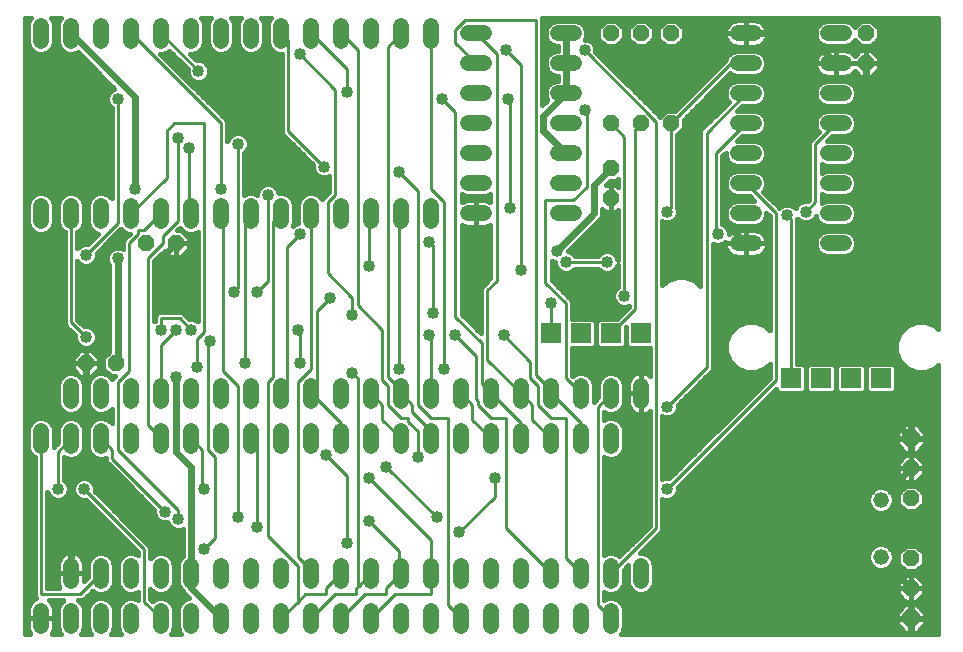
<source format=gbl>
G75*
%MOIN*%
%OFA0B0*%
%FSLAX24Y24*%
%IPPOS*%
%LPD*%
%AMOC8*
5,1,8,0,0,1.08239X$1,22.5*
%
%ADD10OC8,0.0520*%
%ADD11C,0.0520*%
%ADD12C,0.0520*%
%ADD13R,0.0675X0.0675*%
%ADD14OC8,0.0600*%
%ADD15C,0.0100*%
%ADD16C,0.0400*%
%ADD17C,0.0240*%
%ADD18C,0.0160*%
D10*
X003180Y010180D03*
X004180Y010180D03*
X005180Y014180D03*
X006180Y014180D03*
X020680Y015680D03*
X020680Y016680D03*
X020680Y018180D03*
X021680Y018180D03*
X022680Y018180D03*
X022680Y021180D03*
X021680Y021180D03*
X020680Y021180D03*
X029180Y021180D03*
X029180Y020180D03*
X030680Y006680D03*
X030680Y005680D03*
X030680Y003680D03*
X030680Y002680D03*
D11*
X021680Y002920D02*
X021680Y003440D01*
X020680Y003440D02*
X020680Y002920D01*
X019680Y002920D02*
X019680Y003440D01*
X018680Y003440D02*
X018680Y002920D01*
X017680Y002920D02*
X017680Y003440D01*
X016680Y003440D02*
X016680Y002920D01*
X015680Y002920D02*
X015680Y003440D01*
X014680Y003440D02*
X014680Y002920D01*
X013680Y002920D02*
X013680Y003440D01*
X012680Y003440D02*
X012680Y002920D01*
X011680Y002920D02*
X011680Y003440D01*
X010680Y003440D02*
X010680Y002920D01*
X010680Y001940D02*
X010680Y001420D01*
X011680Y001420D02*
X011680Y001940D01*
X012680Y001940D02*
X012680Y001420D01*
X013680Y001420D02*
X013680Y001940D01*
X014680Y001940D02*
X014680Y001420D01*
X015680Y001420D02*
X015680Y001940D01*
X016680Y001940D02*
X016680Y001420D01*
X017680Y001420D02*
X017680Y001940D01*
X018680Y001940D02*
X018680Y001420D01*
X019680Y001420D02*
X019680Y001940D01*
X020680Y001940D02*
X020680Y001420D01*
X020680Y007420D02*
X020680Y007940D01*
X019680Y007940D02*
X019680Y007420D01*
X018680Y007420D02*
X018680Y007940D01*
X017680Y007940D02*
X017680Y007420D01*
X016680Y007420D02*
X016680Y007940D01*
X015680Y007940D02*
X015680Y007420D01*
X014680Y007420D02*
X014680Y007940D01*
X013680Y007940D02*
X013680Y007420D01*
X012680Y007420D02*
X012680Y007940D01*
X011680Y007940D02*
X011680Y007420D01*
X010680Y007420D02*
X010680Y007940D01*
X009680Y007940D02*
X009680Y007420D01*
X008680Y007420D02*
X008680Y007940D01*
X007680Y007940D02*
X007680Y007420D01*
X006680Y007420D02*
X006680Y007940D01*
X005680Y007940D02*
X005680Y007420D01*
X004680Y007420D02*
X004680Y007940D01*
X003680Y007940D02*
X003680Y007420D01*
X002680Y007420D02*
X002680Y007940D01*
X001680Y007940D02*
X001680Y007420D01*
X002680Y008920D02*
X002680Y009440D01*
X003680Y009440D02*
X003680Y008920D01*
X004680Y008920D02*
X004680Y009440D01*
X005680Y009440D02*
X005680Y008920D01*
X006680Y008920D02*
X006680Y009440D01*
X007680Y009440D02*
X007680Y008920D01*
X008680Y008920D02*
X008680Y009440D01*
X009680Y009440D02*
X009680Y008920D01*
X010680Y008920D02*
X010680Y009440D01*
X011680Y009440D02*
X011680Y008920D01*
X012680Y008920D02*
X012680Y009440D01*
X013680Y009440D02*
X013680Y008920D01*
X014680Y008920D02*
X014680Y009440D01*
X015680Y009440D02*
X015680Y008920D01*
X016680Y008920D02*
X016680Y009440D01*
X017680Y009440D02*
X017680Y008920D01*
X018680Y008920D02*
X018680Y009440D01*
X019680Y009440D02*
X019680Y008920D01*
X020680Y008920D02*
X020680Y009440D01*
X021680Y009440D02*
X021680Y008920D01*
X024920Y014180D02*
X025440Y014180D01*
X025440Y015180D02*
X024920Y015180D01*
X024920Y016180D02*
X025440Y016180D01*
X025440Y017180D02*
X024920Y017180D01*
X024920Y018180D02*
X025440Y018180D01*
X025440Y019180D02*
X024920Y019180D01*
X024920Y020180D02*
X025440Y020180D01*
X025440Y021180D02*
X024920Y021180D01*
X027920Y021180D02*
X028440Y021180D01*
X028440Y020180D02*
X027920Y020180D01*
X027920Y019180D02*
X028440Y019180D01*
X028440Y018180D02*
X027920Y018180D01*
X027920Y017180D02*
X028440Y017180D01*
X028440Y016180D02*
X027920Y016180D01*
X027920Y015180D02*
X028440Y015180D01*
X028440Y014180D02*
X027920Y014180D01*
X019440Y015180D02*
X018920Y015180D01*
X018920Y016180D02*
X019440Y016180D01*
X019440Y017180D02*
X018920Y017180D01*
X018920Y018180D02*
X019440Y018180D01*
X019440Y019180D02*
X018920Y019180D01*
X018920Y020180D02*
X019440Y020180D01*
X019440Y021180D02*
X018920Y021180D01*
X016440Y021180D02*
X015920Y021180D01*
X015920Y020180D02*
X016440Y020180D01*
X016440Y019180D02*
X015920Y019180D01*
X015920Y018180D02*
X016440Y018180D01*
X016440Y017180D02*
X015920Y017180D01*
X015920Y016180D02*
X016440Y016180D01*
X016440Y015180D02*
X015920Y015180D01*
X014680Y014920D02*
X014680Y015440D01*
X013680Y015440D02*
X013680Y014920D01*
X012680Y014920D02*
X012680Y015440D01*
X011680Y015440D02*
X011680Y014920D01*
X010680Y014920D02*
X010680Y015440D01*
X009680Y015440D02*
X009680Y014920D01*
X008680Y014920D02*
X008680Y015440D01*
X007680Y015440D02*
X007680Y014920D01*
X006680Y014920D02*
X006680Y015440D01*
X005680Y015440D02*
X005680Y014920D01*
X004680Y014920D02*
X004680Y015440D01*
X003680Y015440D02*
X003680Y014920D01*
X002680Y014920D02*
X002680Y015440D01*
X001680Y015440D02*
X001680Y014920D01*
X001680Y020920D02*
X001680Y021440D01*
X002680Y021440D02*
X002680Y020920D01*
X003680Y020920D02*
X003680Y021440D01*
X004680Y021440D02*
X004680Y020920D01*
X005680Y020920D02*
X005680Y021440D01*
X006680Y021440D02*
X006680Y020920D01*
X007680Y020920D02*
X007680Y021440D01*
X008680Y021440D02*
X008680Y020920D01*
X009680Y020920D02*
X009680Y021440D01*
X010680Y021440D02*
X010680Y020920D01*
X011680Y020920D02*
X011680Y021440D01*
X012680Y021440D02*
X012680Y020920D01*
X013680Y020920D02*
X013680Y021440D01*
X014680Y021440D02*
X014680Y020920D01*
X009680Y003440D02*
X009680Y002920D01*
X008680Y002920D02*
X008680Y003440D01*
X007680Y003440D02*
X007680Y002920D01*
X006680Y002920D02*
X006680Y003440D01*
X005680Y003440D02*
X005680Y002920D01*
X004680Y002920D02*
X004680Y003440D01*
X003680Y003440D02*
X003680Y002920D01*
X002680Y002920D02*
X002680Y003440D01*
X002680Y001940D02*
X002680Y001420D01*
X001680Y001420D02*
X001680Y001940D01*
X003680Y001940D02*
X003680Y001420D01*
X004680Y001420D02*
X004680Y001940D01*
X005680Y001940D02*
X005680Y001420D01*
X006680Y001420D02*
X006680Y001940D01*
X007680Y001940D02*
X007680Y001420D01*
X008680Y001420D02*
X008680Y001940D01*
X009680Y001940D02*
X009680Y001420D01*
D12*
X029680Y003730D03*
X029680Y005630D03*
D13*
X029680Y009680D03*
X028680Y009680D03*
X027680Y009680D03*
X026680Y009680D03*
X021680Y011180D03*
X020680Y011180D03*
X019680Y011180D03*
X018680Y011180D03*
D14*
X030680Y007680D03*
X030680Y001680D03*
D15*
X026180Y009618D02*
X022555Y005993D01*
X022180Y004680D02*
X020680Y003180D01*
X019680Y003180D02*
X019180Y003680D01*
X019180Y008368D01*
X018680Y008368D01*
X018243Y008805D01*
X018243Y009430D01*
X017993Y009680D01*
X017993Y010243D01*
X017118Y011118D01*
X016368Y010868D02*
X016368Y009493D01*
X016680Y009180D01*
X017680Y008180D01*
X017680Y007680D01*
X018055Y008305D02*
X018680Y007680D01*
X018055Y008305D02*
X018055Y008805D01*
X017680Y009180D01*
X016555Y010305D01*
X016555Y012618D01*
X016868Y012930D01*
X016868Y020493D01*
X016180Y021180D01*
X015805Y021618D02*
X018180Y021618D01*
X018180Y009805D01*
X018680Y009305D01*
X018680Y009180D01*
X019680Y008180D01*
X019680Y007680D01*
X020243Y008743D02*
X020680Y009180D01*
X020243Y008743D02*
X020243Y002118D01*
X020680Y001680D01*
X018680Y003180D02*
X017180Y004680D01*
X017180Y008368D01*
X016680Y008368D01*
X016243Y008805D01*
X016243Y008930D01*
X016180Y008993D01*
X016180Y010430D01*
X015493Y011118D01*
X014680Y011055D02*
X014680Y009180D01*
X014243Y008805D02*
X014680Y008368D01*
X015243Y008368D01*
X015243Y002118D01*
X015680Y001680D01*
X014680Y002493D02*
X014680Y003180D01*
X014680Y004305D01*
X012618Y006368D01*
X013180Y006743D02*
X014868Y005055D01*
X015618Y004555D02*
X016805Y005743D01*
X016805Y006368D01*
X016680Y007680D02*
X016055Y008305D01*
X016055Y008805D01*
X015680Y009180D01*
X015118Y009993D02*
X015118Y015555D01*
X014680Y015993D01*
X014680Y021180D01*
X015493Y021305D02*
X015493Y020868D01*
X016180Y020180D01*
X017180Y020618D02*
X017680Y020118D01*
X017680Y013305D01*
X018493Y012868D02*
X019180Y012180D01*
X019180Y009680D01*
X019680Y009180D01*
X018680Y011180D02*
X018680Y012180D01*
X018493Y012868D02*
X018493Y015618D01*
X019430Y015618D01*
X019868Y016055D01*
X019868Y018555D01*
X019805Y018618D01*
X020680Y018180D02*
X021118Y017743D01*
X021118Y012430D01*
X021493Y011993D02*
X020680Y011180D01*
X021493Y011993D02*
X021493Y017993D01*
X021680Y018180D01*
X022180Y018243D02*
X022180Y004680D01*
X022555Y008743D02*
X023868Y010055D01*
X023868Y017868D01*
X025180Y019180D01*
X025180Y018180D02*
X024180Y017180D01*
X024180Y014555D01*
X024243Y014493D01*
X022680Y015368D02*
X022680Y018180D01*
X024680Y020180D01*
X025180Y020180D01*
X022180Y018243D02*
X019805Y020618D01*
X017305Y018930D02*
X017305Y015368D01*
X019180Y013555D02*
X020555Y013555D01*
X022555Y015243D02*
X022680Y015368D01*
X025180Y016180D02*
X026180Y015180D01*
X026180Y009618D01*
X026680Y009680D02*
X026680Y014993D01*
X026555Y015118D01*
X027180Y015243D02*
X027493Y015555D01*
X027493Y017493D01*
X028180Y018180D01*
X017305Y018930D02*
X017243Y018993D01*
X015493Y018555D02*
X015493Y011743D01*
X016368Y010868D01*
X014680Y011055D02*
X014618Y011118D01*
X014743Y011868D02*
X014743Y014118D01*
X014618Y014243D01*
X013680Y015180D02*
X013618Y015118D01*
X013618Y009993D01*
X013243Y009743D02*
X013680Y009305D01*
X013680Y009180D01*
X014055Y008805D01*
X014055Y008555D01*
X014680Y007930D01*
X014680Y007680D01*
X014243Y007930D02*
X014243Y007055D01*
X013680Y007680D02*
X013055Y008305D01*
X013055Y008805D01*
X012680Y009180D01*
X013055Y009618D02*
X013243Y009430D01*
X013243Y008805D01*
X013680Y008368D01*
X013930Y008368D01*
X013930Y008243D01*
X014243Y007930D01*
X014243Y008805D02*
X014243Y015930D01*
X013618Y016555D01*
X012680Y015180D02*
X012618Y015118D01*
X012618Y013430D01*
X012055Y012368D02*
X012055Y011805D01*
X012243Y012118D02*
X013055Y011305D01*
X013055Y009618D01*
X013243Y009743D02*
X013243Y020743D01*
X013680Y021180D01*
X012243Y020618D02*
X012243Y012118D01*
X012055Y012368D02*
X011243Y013180D01*
X011243Y015555D01*
X011493Y015805D01*
X011493Y019305D01*
X010305Y020493D01*
X009930Y020930D02*
X009930Y017930D01*
X011118Y016743D01*
X009243Y015805D02*
X009243Y012930D01*
X008868Y012555D01*
X008243Y012680D02*
X008118Y012555D01*
X008243Y012680D02*
X008243Y017493D01*
X007680Y018180D02*
X007680Y015993D01*
X007680Y015180D02*
X007743Y015118D01*
X007743Y009930D01*
X008243Y009430D01*
X008243Y005055D01*
X008868Y004743D02*
X008868Y007493D01*
X008680Y007680D01*
X007493Y007055D02*
X007243Y007305D01*
X007243Y010868D01*
X007305Y010930D01*
X007118Y011243D02*
X006868Y010993D01*
X006868Y010055D01*
X005680Y010805D02*
X005680Y009180D01*
X004618Y009930D02*
X004243Y009555D01*
X004243Y007305D01*
X006243Y005305D01*
X006243Y004993D01*
X005805Y005243D02*
X004055Y006993D01*
X004055Y007305D01*
X003680Y007680D01*
X002680Y007680D02*
X002243Y007243D01*
X002243Y005993D01*
X003118Y005993D02*
X005118Y003993D01*
X005118Y002243D01*
X005680Y001680D01*
X003680Y003180D02*
X002993Y002493D01*
X001680Y002493D01*
X001680Y007680D01*
X004618Y009930D02*
X004618Y014180D01*
X004930Y014493D01*
X004930Y014618D01*
X005118Y014618D01*
X005680Y015180D01*
X006243Y014930D02*
X006243Y017680D01*
X005868Y017930D02*
X006118Y018180D01*
X007118Y018180D01*
X007118Y011243D01*
X006680Y011305D02*
X006305Y011680D01*
X005680Y011680D01*
X005680Y011305D01*
X005680Y010805D02*
X006180Y011305D01*
X008493Y010180D02*
X008493Y014993D01*
X008680Y015180D01*
X009430Y014930D02*
X009430Y009743D01*
X009243Y009555D01*
X009243Y004430D01*
X010243Y003430D01*
X010243Y002305D01*
X010274Y002274D01*
X009680Y001680D01*
X010274Y002274D02*
X010493Y002493D01*
X011180Y002493D01*
X011180Y002680D01*
X011680Y003180D01*
X012243Y002805D02*
X012274Y002774D01*
X012180Y002680D01*
X012180Y002493D01*
X011493Y002493D01*
X010680Y001680D01*
X011680Y001680D02*
X012493Y002493D01*
X013180Y002493D01*
X013180Y002680D01*
X013680Y003180D01*
X013618Y003180D01*
X013618Y003930D01*
X012618Y004930D01*
X011868Y004180D02*
X011868Y006430D01*
X011180Y007118D01*
X011680Y007680D02*
X011680Y008180D01*
X010680Y009180D01*
X010868Y009055D01*
X010868Y011930D01*
X011305Y012368D01*
X010243Y011305D02*
X010305Y011243D01*
X010305Y010180D01*
X010680Y009993D02*
X010243Y009555D01*
X010243Y003743D01*
X010680Y003305D01*
X010680Y003180D01*
X012243Y002805D02*
X012243Y009680D01*
X012055Y009868D01*
X010680Y009993D02*
X010680Y015180D01*
X010305Y014493D02*
X009868Y014055D01*
X009868Y009368D01*
X009680Y009180D01*
X007055Y007305D02*
X007055Y006055D01*
X007118Y005993D01*
X007493Y007055D02*
X007493Y004368D01*
X007118Y003993D01*
X007055Y007305D02*
X006680Y007680D01*
X005680Y007680D02*
X005243Y008118D01*
X005243Y013680D01*
X005743Y014180D01*
X005743Y014430D01*
X006243Y014930D01*
X006618Y015243D02*
X006618Y017368D01*
X005868Y017930D02*
X005868Y016368D01*
X004680Y015180D01*
X004243Y014868D02*
X004243Y018993D01*
X005680Y021180D02*
X006930Y019930D01*
X007680Y018180D02*
X004680Y021180D01*
X009680Y021180D02*
X009930Y020930D01*
X010680Y021180D02*
X011868Y019993D01*
X011868Y019243D01*
X012243Y020618D02*
X011680Y021180D01*
X015055Y018993D02*
X015493Y018555D01*
X015493Y021305D02*
X015805Y021618D01*
X009680Y015180D02*
X009430Y014930D01*
X006680Y015180D02*
X006618Y015243D01*
X004243Y014868D02*
X003180Y013805D01*
X002680Y015180D02*
X002680Y011555D01*
X003180Y011055D01*
X012274Y002774D02*
X012680Y003180D01*
X013493Y002493D02*
X014680Y002493D01*
X013493Y002493D02*
X012680Y001680D01*
D16*
X011868Y004180D03*
X012618Y004930D03*
X012618Y006368D03*
X013180Y006743D03*
X014243Y007055D03*
X016805Y006368D03*
X014868Y005055D03*
X015618Y004555D03*
X011180Y007118D03*
X008243Y005055D03*
X008868Y004743D03*
X007118Y003993D03*
X006243Y004993D03*
X005805Y005243D03*
X007118Y005993D03*
X003118Y005993D03*
X002243Y005993D03*
X006180Y009743D03*
X006868Y010055D03*
X007305Y010930D03*
X006680Y011305D03*
X006180Y011305D03*
X005680Y011305D03*
X005618Y012805D03*
X004243Y013680D03*
X003180Y013805D03*
X004805Y015993D03*
X006618Y017368D03*
X006243Y017680D03*
X008243Y017493D03*
X009055Y016430D03*
X009243Y015805D03*
X007680Y015993D03*
X009993Y017368D03*
X011118Y016743D03*
X013618Y016555D03*
X014618Y014243D03*
X012618Y013430D03*
X011305Y012368D03*
X012055Y011805D03*
X010243Y011305D03*
X010305Y010180D03*
X008493Y010180D03*
X008868Y012555D03*
X008118Y012555D03*
X010305Y014493D03*
X014743Y011868D03*
X014618Y011118D03*
X015493Y011118D03*
X015118Y009993D03*
X013618Y009993D03*
X012055Y009868D03*
X017118Y011118D03*
X018680Y012180D03*
X017680Y013305D03*
X018868Y013930D03*
X019180Y013555D03*
X020555Y013555D03*
X021118Y012430D03*
X024243Y014493D03*
X022555Y015243D03*
X026555Y015118D03*
X027180Y015243D03*
X019805Y018618D03*
X017243Y018993D03*
X017180Y020618D03*
X015055Y018993D03*
X011868Y019243D03*
X010305Y020493D03*
X006930Y019930D03*
X004243Y018993D03*
X003180Y011055D03*
X017305Y015368D03*
X019805Y020618D03*
X022555Y008743D03*
X022555Y005993D03*
D17*
X029180Y011305D02*
X029180Y020180D01*
X028180Y020180D02*
X027430Y020930D01*
X027430Y021180D01*
X025930Y021180D01*
X025930Y016993D01*
X025618Y016680D01*
X024430Y016680D01*
X024430Y014930D01*
X025180Y014180D01*
X029180Y011305D02*
X030243Y010243D01*
X030243Y008118D01*
X030680Y007680D01*
X030680Y006680D02*
X030180Y006180D01*
X030180Y003180D01*
X030680Y002680D01*
X018868Y013930D02*
X020118Y015180D01*
X020118Y016118D01*
X020680Y016680D01*
X019180Y017180D02*
X018430Y017930D01*
X018430Y018430D01*
X019180Y019180D01*
X019180Y020180D01*
X019180Y021180D01*
X025180Y021180D02*
X025930Y021180D01*
X009993Y017368D02*
X009055Y016430D01*
X006180Y014180D02*
X005618Y013618D01*
X005618Y012805D01*
X004243Y013680D02*
X004243Y010243D01*
X004180Y010180D01*
X003180Y010180D02*
X003180Y007243D01*
X002680Y006743D01*
X002680Y003180D01*
X006680Y003180D02*
X006680Y002680D01*
X007680Y001680D01*
X006680Y003180D02*
X006680Y006743D01*
X006180Y007243D01*
X006180Y009743D01*
X004805Y015993D02*
X004805Y019055D01*
X002680Y021180D01*
D18*
X001160Y021696D02*
X001160Y001160D01*
X001325Y001160D01*
X001304Y001189D01*
X001272Y001251D01*
X001251Y001317D01*
X001240Y001385D01*
X001240Y001680D01*
X001680Y001680D01*
X002120Y001680D01*
X002120Y001975D01*
X002109Y002043D01*
X002088Y002109D01*
X002056Y002171D01*
X002016Y002227D01*
X001967Y002276D01*
X001957Y002283D01*
X002429Y002283D01*
X002324Y002178D01*
X002260Y002024D01*
X002260Y001336D01*
X002324Y001182D01*
X002346Y001160D01*
X002035Y001160D01*
X002056Y001189D01*
X002088Y001251D01*
X002109Y001317D01*
X002120Y001385D01*
X002120Y001680D01*
X001680Y001680D01*
X001680Y001680D01*
X001680Y001680D01*
X001240Y001680D01*
X001240Y001975D01*
X001251Y002043D01*
X001272Y002109D01*
X001304Y002171D01*
X001344Y002227D01*
X001393Y002276D01*
X001449Y002316D01*
X001511Y002348D01*
X001524Y002352D01*
X001470Y002406D01*
X001470Y007052D01*
X001442Y007064D01*
X001324Y007182D01*
X001260Y007336D01*
X001260Y008024D01*
X001324Y008178D01*
X001442Y008296D01*
X001596Y008360D01*
X001764Y008360D01*
X001918Y008296D01*
X002036Y008178D01*
X002100Y008024D01*
X002100Y007397D01*
X002156Y007452D01*
X002260Y007557D01*
X002260Y008024D01*
X002324Y008178D01*
X002442Y008296D01*
X002596Y008360D01*
X002764Y008360D01*
X002918Y008296D01*
X003036Y008178D01*
X003100Y008024D01*
X003100Y007336D01*
X003036Y007182D01*
X002918Y007064D01*
X002764Y007000D01*
X002596Y007000D01*
X002452Y007060D01*
X002452Y006292D01*
X002548Y006196D01*
X002602Y006064D01*
X002602Y005921D01*
X002548Y005789D01*
X002446Y005687D01*
X002314Y005633D01*
X002171Y005633D01*
X002039Y005687D01*
X001937Y005789D01*
X001890Y005903D01*
X001890Y002702D01*
X002297Y002702D01*
X002272Y002751D01*
X002251Y002817D01*
X002240Y002885D01*
X002240Y003180D01*
X002680Y003180D01*
X002680Y003180D01*
X002680Y003880D01*
X002715Y003880D01*
X002783Y003869D01*
X002849Y003848D01*
X002911Y003816D01*
X002967Y003776D01*
X003016Y003727D01*
X003056Y003671D01*
X003088Y003609D01*
X003109Y003543D01*
X003120Y003475D01*
X003120Y003180D01*
X002680Y003180D01*
X002680Y003180D01*
X002680Y003180D01*
X002680Y003880D01*
X002645Y003880D01*
X002577Y003869D01*
X002511Y003848D01*
X002449Y003816D01*
X002393Y003776D01*
X002344Y003727D01*
X002304Y003671D01*
X002272Y003609D01*
X002251Y003543D01*
X002240Y003475D01*
X002240Y003180D01*
X002680Y003180D01*
X003120Y003180D01*
X003120Y002917D01*
X003260Y003057D01*
X003260Y003524D01*
X003324Y003678D01*
X003442Y003796D01*
X003596Y003860D01*
X003764Y003860D01*
X003918Y003796D01*
X004036Y003678D01*
X004100Y003524D01*
X004100Y002836D01*
X004036Y002682D01*
X003918Y002564D01*
X003764Y002500D01*
X003596Y002500D01*
X003442Y002564D01*
X003402Y002605D01*
X003202Y002406D01*
X003079Y002283D01*
X002931Y002283D01*
X003036Y002178D01*
X003100Y002024D01*
X003100Y001336D01*
X003036Y001182D01*
X003014Y001160D01*
X003346Y001160D01*
X003324Y001182D01*
X003260Y001336D01*
X003260Y002024D01*
X003324Y002178D01*
X003442Y002296D01*
X003596Y002360D01*
X003764Y002360D01*
X003918Y002296D01*
X004036Y002178D01*
X004100Y002024D01*
X004100Y001336D01*
X004036Y001182D01*
X004014Y001160D01*
X004346Y001160D01*
X004324Y001182D01*
X004260Y001336D01*
X004260Y002024D01*
X004324Y002178D01*
X004442Y002296D01*
X004596Y002360D01*
X004764Y002360D01*
X004908Y002300D01*
X004908Y002560D01*
X004764Y002500D01*
X004596Y002500D01*
X004442Y002564D01*
X004324Y002682D01*
X004260Y002836D01*
X004260Y003524D01*
X004324Y003678D01*
X004442Y003796D01*
X004596Y003860D01*
X004764Y003860D01*
X004908Y003800D01*
X004908Y003906D01*
X003181Y005633D01*
X003046Y005633D01*
X002914Y005687D01*
X002812Y005789D01*
X002758Y005921D01*
X002758Y006064D01*
X002812Y006196D01*
X002914Y006298D01*
X003046Y006352D01*
X003189Y006352D01*
X003321Y006298D01*
X003423Y006196D01*
X003477Y006064D01*
X003477Y005929D01*
X005327Y004079D01*
X005327Y003681D01*
X005442Y003796D01*
X005596Y003860D01*
X005764Y003860D01*
X005918Y003796D01*
X006036Y003678D01*
X006100Y003524D01*
X006100Y002836D01*
X006036Y002682D01*
X005918Y002564D01*
X005764Y002500D01*
X005596Y002500D01*
X005442Y002564D01*
X005327Y002679D01*
X005327Y002329D01*
X005402Y002255D01*
X005442Y002296D01*
X005596Y002360D01*
X005764Y002360D01*
X005918Y002296D01*
X006036Y002178D01*
X006100Y002024D01*
X006100Y001336D01*
X006036Y001182D01*
X006014Y001160D01*
X006346Y001160D01*
X006324Y001182D01*
X006260Y001336D01*
X006260Y002024D01*
X006324Y002178D01*
X006442Y002296D01*
X006596Y002360D01*
X006604Y002360D01*
X006521Y002443D01*
X006443Y002521D01*
X006413Y002593D01*
X006324Y002682D01*
X006260Y002836D01*
X006260Y003524D01*
X006324Y003678D01*
X006400Y003754D01*
X006400Y004668D01*
X006314Y004633D01*
X006171Y004633D01*
X006039Y004687D01*
X005937Y004789D01*
X005895Y004890D01*
X005877Y004883D01*
X005733Y004883D01*
X005601Y004937D01*
X005500Y005039D01*
X005445Y005171D01*
X005445Y005306D01*
X003968Y006783D01*
X003968Y006783D01*
X003845Y006906D01*
X003845Y007034D01*
X003764Y007000D01*
X003596Y007000D01*
X003442Y007064D01*
X003324Y007182D01*
X003260Y007336D01*
X003260Y008024D01*
X003324Y008178D01*
X003442Y008296D01*
X003596Y008360D01*
X003764Y008360D01*
X003918Y008296D01*
X004033Y008181D01*
X004033Y008679D01*
X003918Y008564D01*
X003764Y008500D01*
X003596Y008500D01*
X003442Y008564D01*
X003324Y008682D01*
X003260Y008836D01*
X003260Y009524D01*
X003324Y009678D01*
X003442Y009796D01*
X003596Y009860D01*
X003764Y009860D01*
X003918Y009796D01*
X004036Y009678D01*
X004046Y009655D01*
X004151Y009760D01*
X004006Y009760D01*
X003760Y010006D01*
X003760Y010354D01*
X003963Y010556D01*
X003963Y013451D01*
X003937Y013476D01*
X003883Y013608D01*
X003883Y013752D01*
X003937Y013884D01*
X004039Y013985D01*
X004171Y014040D01*
X004314Y014040D01*
X004408Y014001D01*
X004408Y014267D01*
X004531Y014390D01*
X004641Y014500D01*
X004596Y014500D01*
X004442Y014564D01*
X004339Y014667D01*
X004329Y014658D01*
X003540Y013868D01*
X003540Y013733D01*
X003485Y013601D01*
X003384Y013500D01*
X003252Y013445D01*
X003108Y013445D01*
X002976Y013500D01*
X002890Y013586D01*
X002890Y011642D01*
X003117Y011415D01*
X003252Y011415D01*
X003384Y011360D01*
X003485Y011259D01*
X003540Y011127D01*
X003540Y010983D01*
X003485Y010851D01*
X003384Y010750D01*
X003252Y010695D01*
X003108Y010695D01*
X002976Y010750D01*
X002875Y010851D01*
X002820Y010983D01*
X002820Y011118D01*
X002593Y011345D01*
X002470Y011468D01*
X002470Y014552D01*
X002442Y014564D01*
X002324Y014682D01*
X002260Y014836D01*
X002260Y015524D01*
X002324Y015678D01*
X002442Y015796D01*
X002596Y015860D01*
X002764Y015860D01*
X002918Y015796D01*
X003036Y015678D01*
X003100Y015524D01*
X003100Y014836D01*
X003036Y014682D01*
X002918Y014564D01*
X002890Y014552D01*
X002890Y014024D01*
X002976Y014110D01*
X003108Y014165D01*
X003243Y014165D01*
X003583Y014505D01*
X003442Y014564D01*
X003324Y014682D01*
X003260Y014836D01*
X003260Y015524D01*
X003324Y015678D01*
X003442Y015796D01*
X003596Y015860D01*
X003764Y015860D01*
X003918Y015796D01*
X004033Y015681D01*
X004033Y018693D01*
X003937Y018789D01*
X003883Y018921D01*
X003883Y019064D01*
X003937Y019196D01*
X004039Y019298D01*
X004129Y019335D01*
X002905Y020559D01*
X002764Y020500D01*
X002596Y020500D01*
X002442Y020564D01*
X002324Y020682D01*
X002260Y020836D01*
X002260Y021524D01*
X002324Y021678D01*
X002342Y021696D01*
X002018Y021696D01*
X002036Y021678D01*
X002100Y021524D01*
X002100Y020836D01*
X002036Y020682D01*
X001918Y020564D01*
X001764Y020500D01*
X001596Y020500D01*
X001442Y020564D01*
X001324Y020682D01*
X001260Y020836D01*
X001260Y021524D01*
X001324Y021678D01*
X001342Y021696D01*
X001160Y021696D01*
X001160Y021602D02*
X001293Y021602D01*
X001260Y021444D02*
X001160Y021444D01*
X001160Y021285D02*
X001260Y021285D01*
X001260Y021127D02*
X001160Y021127D01*
X001160Y020968D02*
X001260Y020968D01*
X001271Y020810D02*
X001160Y020810D01*
X001160Y020651D02*
X001355Y020651D01*
X001160Y020493D02*
X002971Y020493D01*
X003130Y020334D02*
X001160Y020334D01*
X001160Y020176D02*
X003288Y020176D01*
X003447Y020017D02*
X001160Y020017D01*
X001160Y019859D02*
X003605Y019859D01*
X003764Y019700D02*
X001160Y019700D01*
X001160Y019542D02*
X003922Y019542D01*
X004081Y019383D02*
X001160Y019383D01*
X001160Y019225D02*
X003965Y019225D01*
X003883Y019066D02*
X001160Y019066D01*
X001160Y018908D02*
X003888Y018908D01*
X003977Y018749D02*
X001160Y018749D01*
X001160Y018591D02*
X004033Y018591D01*
X004033Y018432D02*
X001160Y018432D01*
X001160Y018274D02*
X004033Y018274D01*
X004033Y018115D02*
X001160Y018115D01*
X001160Y017957D02*
X004033Y017957D01*
X004033Y017798D02*
X001160Y017798D01*
X001160Y017640D02*
X004033Y017640D01*
X004033Y017481D02*
X001160Y017481D01*
X001160Y017323D02*
X004033Y017323D01*
X004033Y017164D02*
X001160Y017164D01*
X001160Y017006D02*
X004033Y017006D01*
X004033Y016847D02*
X001160Y016847D01*
X001160Y016689D02*
X004033Y016689D01*
X004033Y016530D02*
X001160Y016530D01*
X001160Y016372D02*
X004033Y016372D01*
X004033Y016213D02*
X001160Y016213D01*
X001160Y016055D02*
X004033Y016055D01*
X004033Y015896D02*
X001160Y015896D01*
X001160Y015738D02*
X001384Y015738D01*
X001442Y015796D02*
X001324Y015678D01*
X001260Y015524D01*
X001260Y014836D01*
X001324Y014682D01*
X001442Y014564D01*
X001596Y014500D01*
X001764Y014500D01*
X001918Y014564D01*
X002036Y014682D01*
X002100Y014836D01*
X002100Y015524D01*
X002036Y015678D01*
X001918Y015796D01*
X001764Y015860D01*
X001596Y015860D01*
X001442Y015796D01*
X001283Y015579D02*
X001160Y015579D01*
X001160Y015421D02*
X001260Y015421D01*
X001260Y015262D02*
X001160Y015262D01*
X001160Y015104D02*
X001260Y015104D01*
X001260Y014945D02*
X001160Y014945D01*
X001160Y014787D02*
X001281Y014787D01*
X001378Y014628D02*
X001160Y014628D01*
X001160Y014470D02*
X002470Y014470D01*
X002470Y014311D02*
X001160Y014311D01*
X001160Y014153D02*
X002470Y014153D01*
X002470Y013994D02*
X001160Y013994D01*
X001160Y013836D02*
X002470Y013836D01*
X002470Y013677D02*
X001160Y013677D01*
X001160Y013519D02*
X002470Y013519D01*
X002470Y013360D02*
X001160Y013360D01*
X001160Y013202D02*
X002470Y013202D01*
X002470Y013043D02*
X001160Y013043D01*
X001160Y012885D02*
X002470Y012885D01*
X002470Y012726D02*
X001160Y012726D01*
X001160Y012568D02*
X002470Y012568D01*
X002470Y012409D02*
X001160Y012409D01*
X001160Y012251D02*
X002470Y012251D01*
X002470Y012092D02*
X001160Y012092D01*
X001160Y011934D02*
X002470Y011934D01*
X002470Y011775D02*
X001160Y011775D01*
X001160Y011617D02*
X002470Y011617D01*
X002480Y011458D02*
X001160Y011458D01*
X001160Y011300D02*
X002638Y011300D01*
X002797Y011141D02*
X001160Y011141D01*
X001160Y010983D02*
X002820Y010983D01*
X002902Y010824D02*
X001160Y010824D01*
X001160Y010666D02*
X003963Y010666D01*
X003963Y010824D02*
X003458Y010824D01*
X003540Y010983D02*
X003963Y010983D01*
X003963Y011141D02*
X003534Y011141D01*
X003445Y011300D02*
X003963Y011300D01*
X003963Y011458D02*
X003074Y011458D01*
X002915Y011617D02*
X003963Y011617D01*
X003963Y011775D02*
X002890Y011775D01*
X002890Y011934D02*
X003963Y011934D01*
X003963Y012092D02*
X002890Y012092D01*
X002890Y012251D02*
X003963Y012251D01*
X003963Y012409D02*
X002890Y012409D01*
X002890Y012568D02*
X003963Y012568D01*
X003963Y012726D02*
X002890Y012726D01*
X002890Y012885D02*
X003963Y012885D01*
X003963Y013043D02*
X002890Y013043D01*
X002890Y013202D02*
X003963Y013202D01*
X003963Y013360D02*
X002890Y013360D01*
X002890Y013519D02*
X002957Y013519D01*
X003403Y013519D02*
X003920Y013519D01*
X003883Y013677D02*
X003517Y013677D01*
X003540Y013836D02*
X003917Y013836D01*
X004060Y013994D02*
X003666Y013994D01*
X003825Y014153D02*
X004408Y014153D01*
X004452Y014311D02*
X003983Y014311D01*
X004142Y014470D02*
X004610Y014470D01*
X004378Y014628D02*
X004300Y014628D01*
X003548Y014470D02*
X002890Y014470D01*
X002890Y014311D02*
X003389Y014311D01*
X003378Y014628D02*
X002982Y014628D01*
X003079Y014787D02*
X003281Y014787D01*
X003260Y014945D02*
X003100Y014945D01*
X003100Y015104D02*
X003260Y015104D01*
X003260Y015262D02*
X003100Y015262D01*
X003100Y015421D02*
X003260Y015421D01*
X003283Y015579D02*
X003077Y015579D01*
X002976Y015738D02*
X003384Y015738D01*
X003976Y015738D02*
X004033Y015738D01*
X002384Y015738D02*
X001976Y015738D01*
X002077Y015579D02*
X002283Y015579D01*
X002260Y015421D02*
X002100Y015421D01*
X002100Y015262D02*
X002260Y015262D01*
X002260Y015104D02*
X002100Y015104D01*
X002100Y014945D02*
X002260Y014945D01*
X002281Y014787D02*
X002079Y014787D01*
X001982Y014628D02*
X002378Y014628D01*
X002890Y014153D02*
X003078Y014153D01*
X005452Y013593D02*
X005452Y011587D01*
X005470Y011604D01*
X005470Y011767D01*
X005593Y011890D01*
X006392Y011890D01*
X006515Y011767D01*
X006617Y011665D01*
X006752Y011665D01*
X006884Y011610D01*
X006908Y011587D01*
X006908Y014560D01*
X006764Y014500D01*
X006596Y014500D01*
X006442Y014564D01*
X006324Y014682D01*
X006314Y014705D01*
X006229Y014620D01*
X006362Y014620D01*
X006620Y014362D01*
X006620Y014180D01*
X006180Y014180D01*
X006180Y014180D01*
X006620Y014180D01*
X006620Y013998D01*
X006362Y013740D01*
X006180Y013740D01*
X006180Y014180D01*
X006180Y014180D01*
X006180Y013740D01*
X005998Y013740D01*
X005799Y013939D01*
X005452Y013593D01*
X005452Y013519D02*
X006908Y013519D01*
X006908Y013677D02*
X005537Y013677D01*
X005695Y013836D02*
X005902Y013836D01*
X006180Y013836D02*
X006180Y013836D01*
X006180Y013994D02*
X006180Y013994D01*
X006180Y014153D02*
X006180Y014153D01*
X006458Y013836D02*
X006908Y013836D01*
X006908Y013994D02*
X006616Y013994D01*
X006620Y014153D02*
X006908Y014153D01*
X006908Y014311D02*
X006620Y014311D01*
X006513Y014470D02*
X006908Y014470D01*
X006378Y014628D02*
X006238Y014628D01*
X006908Y013360D02*
X005452Y013360D01*
X005452Y013202D02*
X006908Y013202D01*
X006908Y013043D02*
X005452Y013043D01*
X005452Y012885D02*
X006908Y012885D01*
X006908Y012726D02*
X005452Y012726D01*
X005452Y012568D02*
X006908Y012568D01*
X006908Y012409D02*
X005452Y012409D01*
X005452Y012251D02*
X006908Y012251D01*
X006908Y012092D02*
X005452Y012092D01*
X005452Y011934D02*
X006908Y011934D01*
X006908Y011775D02*
X006507Y011775D01*
X006869Y011617D02*
X006908Y011617D01*
X005470Y011617D02*
X005452Y011617D01*
X005452Y011775D02*
X005478Y011775D01*
X003913Y010507D02*
X003475Y010507D01*
X003362Y010620D02*
X003180Y010620D01*
X003180Y010180D01*
X003620Y010180D01*
X003620Y010362D01*
X003362Y010620D01*
X003180Y010620D02*
X002998Y010620D01*
X002740Y010362D01*
X002740Y010180D01*
X003180Y010180D01*
X003180Y010180D01*
X003180Y010180D01*
X003620Y010180D01*
X003620Y009998D01*
X003362Y009740D01*
X003180Y009740D01*
X003180Y010180D01*
X003180Y010180D01*
X003180Y010180D01*
X003180Y010620D01*
X003180Y010507D02*
X003180Y010507D01*
X003180Y010349D02*
X003180Y010349D01*
X003180Y010190D02*
X003180Y010190D01*
X003180Y010180D02*
X002740Y010180D01*
X002740Y009998D01*
X002998Y009740D01*
X003180Y009740D01*
X003180Y010180D01*
X003180Y010032D02*
X003180Y010032D01*
X003180Y009873D02*
X003180Y009873D01*
X002999Y009715D02*
X003361Y009715D01*
X003273Y009556D02*
X003087Y009556D01*
X003100Y009524D02*
X003036Y009678D01*
X002918Y009796D01*
X002764Y009860D01*
X002596Y009860D01*
X002442Y009796D01*
X002324Y009678D01*
X002260Y009524D01*
X002260Y008836D01*
X002324Y008682D01*
X002442Y008564D01*
X002596Y008500D01*
X002764Y008500D01*
X002918Y008564D01*
X003036Y008682D01*
X003100Y008836D01*
X003100Y009524D01*
X003100Y009398D02*
X003260Y009398D01*
X003260Y009239D02*
X003100Y009239D01*
X003100Y009081D02*
X003260Y009081D01*
X003260Y008922D02*
X003100Y008922D01*
X003070Y008764D02*
X003290Y008764D01*
X003401Y008605D02*
X002959Y008605D01*
X002926Y008288D02*
X003434Y008288D01*
X003304Y008130D02*
X003056Y008130D01*
X003100Y007971D02*
X003260Y007971D01*
X003260Y007813D02*
X003100Y007813D01*
X003100Y007654D02*
X003260Y007654D01*
X003260Y007496D02*
X003100Y007496D01*
X003100Y007337D02*
X003260Y007337D01*
X003328Y007179D02*
X003032Y007179D01*
X002812Y007020D02*
X003548Y007020D01*
X003812Y007020D02*
X003845Y007020D01*
X003889Y006862D02*
X002452Y006862D01*
X002452Y007020D02*
X002548Y007020D01*
X002452Y006703D02*
X004048Y006703D01*
X004206Y006545D02*
X002452Y006545D01*
X002452Y006386D02*
X004365Y006386D01*
X004523Y006228D02*
X003392Y006228D01*
X003475Y006069D02*
X004682Y006069D01*
X004840Y005911D02*
X003496Y005911D01*
X003655Y005752D02*
X004999Y005752D01*
X005157Y005594D02*
X003813Y005594D01*
X003972Y005435D02*
X005316Y005435D01*
X005445Y005277D02*
X004130Y005277D01*
X004289Y005118D02*
X005467Y005118D01*
X005579Y004960D02*
X004447Y004960D01*
X004606Y004801D02*
X005932Y004801D01*
X006147Y004643D02*
X004764Y004643D01*
X004923Y004484D02*
X006400Y004484D01*
X006400Y004326D02*
X005081Y004326D01*
X005240Y004167D02*
X006400Y004167D01*
X006400Y004009D02*
X005327Y004009D01*
X005327Y003850D02*
X005572Y003850D01*
X005788Y003850D02*
X006400Y003850D01*
X006338Y003692D02*
X006022Y003692D01*
X006096Y003533D02*
X006264Y003533D01*
X006260Y003375D02*
X006100Y003375D01*
X006100Y003216D02*
X006260Y003216D01*
X006260Y003058D02*
X006100Y003058D01*
X006100Y002899D02*
X006260Y002899D01*
X006300Y002741D02*
X006060Y002741D01*
X005936Y002582D02*
X006418Y002582D01*
X006541Y002424D02*
X005327Y002424D01*
X005327Y002582D02*
X005424Y002582D01*
X004908Y002424D02*
X003220Y002424D01*
X003379Y002582D02*
X003424Y002582D01*
X003411Y002265D02*
X002949Y002265D01*
X003066Y002107D02*
X003294Y002107D01*
X003260Y001948D02*
X003100Y001948D01*
X003100Y001790D02*
X003260Y001790D01*
X003260Y001631D02*
X003100Y001631D01*
X003100Y001473D02*
X003260Y001473D01*
X003269Y001314D02*
X003091Y001314D01*
X002269Y001314D02*
X002108Y001314D01*
X002120Y001473D02*
X002260Y001473D01*
X002260Y001631D02*
X002120Y001631D01*
X002120Y001790D02*
X002260Y001790D01*
X002260Y001948D02*
X002120Y001948D01*
X002089Y002107D02*
X002294Y002107D01*
X002411Y002265D02*
X001977Y002265D01*
X001890Y002741D02*
X002278Y002741D01*
X002240Y002899D02*
X001890Y002899D01*
X001890Y003058D02*
X002240Y003058D01*
X002240Y003216D02*
X001890Y003216D01*
X001890Y003375D02*
X002240Y003375D01*
X002249Y003533D02*
X001890Y003533D01*
X001890Y003692D02*
X002319Y003692D01*
X002518Y003850D02*
X001890Y003850D01*
X001890Y004009D02*
X004805Y004009D01*
X004788Y003850D02*
X004908Y003850D01*
X004572Y003850D02*
X003788Y003850D01*
X003572Y003850D02*
X002842Y003850D01*
X002680Y003850D02*
X002680Y003850D01*
X002680Y003692D02*
X002680Y003692D01*
X002680Y003533D02*
X002680Y003533D01*
X002680Y003375D02*
X002680Y003375D01*
X002680Y003216D02*
X002680Y003216D01*
X003120Y003216D02*
X003260Y003216D01*
X003260Y003058D02*
X003120Y003058D01*
X003120Y003375D02*
X003260Y003375D01*
X003264Y003533D02*
X003111Y003533D01*
X003041Y003692D02*
X003338Y003692D01*
X004022Y003692D02*
X004338Y003692D01*
X004264Y003533D02*
X004096Y003533D01*
X004100Y003375D02*
X004260Y003375D01*
X004260Y003216D02*
X004100Y003216D01*
X004100Y003058D02*
X004260Y003058D01*
X004260Y002899D02*
X004100Y002899D01*
X004060Y002741D02*
X004300Y002741D01*
X004424Y002582D02*
X003936Y002582D01*
X003949Y002265D02*
X004411Y002265D01*
X004294Y002107D02*
X004066Y002107D01*
X004100Y001948D02*
X004260Y001948D01*
X004260Y001790D02*
X004100Y001790D01*
X004100Y001631D02*
X004260Y001631D01*
X004260Y001473D02*
X004100Y001473D01*
X004091Y001314D02*
X004269Y001314D01*
X005392Y002265D02*
X005411Y002265D01*
X005949Y002265D02*
X006411Y002265D01*
X006294Y002107D02*
X006066Y002107D01*
X006100Y001948D02*
X006260Y001948D01*
X006260Y001790D02*
X006100Y001790D01*
X006100Y001631D02*
X006260Y001631D01*
X006260Y001473D02*
X006100Y001473D01*
X006091Y001314D02*
X006269Y001314D01*
X005338Y003692D02*
X005327Y003692D01*
X004646Y004167D02*
X001890Y004167D01*
X001890Y004326D02*
X004488Y004326D01*
X004329Y004484D02*
X001890Y004484D01*
X001890Y004643D02*
X004171Y004643D01*
X004012Y004801D02*
X001890Y004801D01*
X001890Y004960D02*
X003854Y004960D01*
X003695Y005118D02*
X001890Y005118D01*
X001890Y005277D02*
X003537Y005277D01*
X003378Y005435D02*
X001890Y005435D01*
X001890Y005594D02*
X003220Y005594D01*
X002849Y005752D02*
X002511Y005752D01*
X002598Y005911D02*
X002762Y005911D01*
X002760Y006069D02*
X002600Y006069D01*
X002517Y006228D02*
X002843Y006228D01*
X001974Y005752D02*
X001890Y005752D01*
X001470Y005752D02*
X001160Y005752D01*
X001160Y005594D02*
X001470Y005594D01*
X001470Y005435D02*
X001160Y005435D01*
X001160Y005277D02*
X001470Y005277D01*
X001470Y005118D02*
X001160Y005118D01*
X001160Y004960D02*
X001470Y004960D01*
X001470Y004801D02*
X001160Y004801D01*
X001160Y004643D02*
X001470Y004643D01*
X001470Y004484D02*
X001160Y004484D01*
X001160Y004326D02*
X001470Y004326D01*
X001470Y004167D02*
X001160Y004167D01*
X001160Y004009D02*
X001470Y004009D01*
X001470Y003850D02*
X001160Y003850D01*
X001160Y003692D02*
X001470Y003692D01*
X001470Y003533D02*
X001160Y003533D01*
X001160Y003375D02*
X001470Y003375D01*
X001470Y003216D02*
X001160Y003216D01*
X001160Y003058D02*
X001470Y003058D01*
X001470Y002899D02*
X001160Y002899D01*
X001160Y002741D02*
X001470Y002741D01*
X001470Y002582D02*
X001160Y002582D01*
X001160Y002424D02*
X001470Y002424D01*
X001383Y002265D02*
X001160Y002265D01*
X001160Y002107D02*
X001271Y002107D01*
X001240Y001948D02*
X001160Y001948D01*
X001160Y001790D02*
X001240Y001790D01*
X001240Y001631D02*
X001160Y001631D01*
X001160Y001473D02*
X001240Y001473D01*
X001252Y001314D02*
X001160Y001314D01*
X006338Y004643D02*
X006400Y004643D01*
X002199Y007496D02*
X002100Y007496D01*
X002100Y007654D02*
X002260Y007654D01*
X002260Y007813D02*
X002100Y007813D01*
X002100Y007971D02*
X002260Y007971D01*
X002304Y008130D02*
X002056Y008130D01*
X001926Y008288D02*
X002434Y008288D01*
X002401Y008605D02*
X001160Y008605D01*
X001160Y008447D02*
X004033Y008447D01*
X004033Y008605D02*
X003959Y008605D01*
X003926Y008288D02*
X004033Y008288D01*
X002290Y008764D02*
X001160Y008764D01*
X001160Y008922D02*
X002260Y008922D01*
X002260Y009081D02*
X001160Y009081D01*
X001160Y009239D02*
X002260Y009239D01*
X002260Y009398D02*
X001160Y009398D01*
X001160Y009556D02*
X002273Y009556D01*
X002361Y009715D02*
X001160Y009715D01*
X001160Y009873D02*
X002865Y009873D01*
X002740Y010032D02*
X001160Y010032D01*
X001160Y010190D02*
X002740Y010190D01*
X002740Y010349D02*
X001160Y010349D01*
X001160Y010507D02*
X002885Y010507D01*
X003495Y009873D02*
X003893Y009873D01*
X003999Y009715D02*
X004105Y009715D01*
X003760Y010032D02*
X003620Y010032D01*
X003620Y010190D02*
X003760Y010190D01*
X003760Y010349D02*
X003620Y010349D01*
X001434Y008288D02*
X001160Y008288D01*
X001160Y008130D02*
X001304Y008130D01*
X001260Y007971D02*
X001160Y007971D01*
X001160Y007813D02*
X001260Y007813D01*
X001260Y007654D02*
X001160Y007654D01*
X001160Y007496D02*
X001260Y007496D01*
X001260Y007337D02*
X001160Y007337D01*
X001160Y007179D02*
X001328Y007179D01*
X001470Y007020D02*
X001160Y007020D01*
X001160Y006862D02*
X001470Y006862D01*
X001470Y006703D02*
X001160Y006703D01*
X001160Y006545D02*
X001470Y006545D01*
X001470Y006386D02*
X001160Y006386D01*
X001160Y006228D02*
X001470Y006228D01*
X001470Y006069D02*
X001160Y006069D01*
X001160Y005911D02*
X001470Y005911D01*
X010072Y014768D02*
X010100Y014836D01*
X010100Y015524D01*
X010036Y015678D01*
X009918Y015796D01*
X009764Y015860D01*
X009602Y015860D01*
X009602Y015877D01*
X009548Y016009D01*
X009446Y016110D01*
X009314Y016165D01*
X009171Y016165D01*
X009039Y016110D01*
X008937Y016009D01*
X008883Y015877D01*
X008883Y015811D01*
X008764Y015860D01*
X008596Y015860D01*
X008452Y015800D01*
X008452Y017193D01*
X008548Y017289D01*
X008602Y017421D01*
X008602Y017564D01*
X008548Y017696D01*
X008446Y017798D01*
X009765Y017798D01*
X009720Y017843D02*
X010758Y016806D01*
X010758Y016671D01*
X010812Y016539D01*
X010914Y016437D01*
X011046Y016383D01*
X011189Y016383D01*
X011283Y016421D01*
X011283Y015892D01*
X011156Y015765D01*
X011046Y015655D01*
X011036Y015678D01*
X010918Y015796D01*
X010764Y015860D01*
X010596Y015860D01*
X010442Y015796D01*
X010324Y015678D01*
X010260Y015524D01*
X010260Y014852D01*
X010233Y014852D01*
X010101Y014798D01*
X010072Y014768D01*
X010079Y014787D02*
X010090Y014787D01*
X010100Y014945D02*
X010260Y014945D01*
X010260Y015104D02*
X010100Y015104D01*
X010100Y015262D02*
X010260Y015262D01*
X010260Y015421D02*
X010100Y015421D01*
X010077Y015579D02*
X010283Y015579D01*
X010384Y015738D02*
X009976Y015738D01*
X009594Y015896D02*
X011283Y015896D01*
X011283Y016055D02*
X009502Y016055D01*
X008983Y016055D02*
X008452Y016055D01*
X008452Y016213D02*
X011283Y016213D01*
X011283Y016372D02*
X008452Y016372D01*
X008452Y016530D02*
X010821Y016530D01*
X010758Y016689D02*
X008452Y016689D01*
X008452Y016847D02*
X010716Y016847D01*
X010557Y017006D02*
X008452Y017006D01*
X008452Y017164D02*
X010399Y017164D01*
X010240Y017323D02*
X008562Y017323D01*
X008602Y017481D02*
X010082Y017481D01*
X009923Y017640D02*
X008571Y017640D01*
X008446Y017798D02*
X008314Y017852D01*
X008171Y017852D01*
X008039Y017798D01*
X007890Y017798D01*
X007937Y017696D02*
X007890Y017582D01*
X007890Y018267D01*
X007767Y018390D01*
X005657Y020500D01*
X005764Y020500D01*
X005918Y020564D01*
X005958Y020605D01*
X006570Y019993D01*
X006570Y019858D01*
X006625Y019726D01*
X006726Y019625D01*
X006858Y019570D01*
X007002Y019570D01*
X007134Y019625D01*
X007235Y019726D01*
X007290Y019858D01*
X007290Y020002D01*
X007235Y020134D01*
X007134Y020235D01*
X007002Y020290D01*
X006867Y020290D01*
X006657Y020500D01*
X006764Y020500D01*
X006918Y020564D01*
X007036Y020682D01*
X007100Y020836D01*
X007100Y021524D01*
X007036Y021678D01*
X007018Y021696D01*
X007342Y021696D01*
X007324Y021678D01*
X007260Y021524D01*
X007260Y020836D01*
X007324Y020682D01*
X007442Y020564D01*
X007596Y020500D01*
X007764Y020500D01*
X007918Y020564D01*
X008036Y020682D01*
X008100Y020836D01*
X008100Y021524D01*
X008036Y021678D01*
X008018Y021696D01*
X008342Y021696D01*
X008324Y021678D01*
X008260Y021524D01*
X008260Y020836D01*
X008324Y020682D01*
X008442Y020564D01*
X008596Y020500D01*
X008764Y020500D01*
X008918Y020564D01*
X009036Y020682D01*
X009100Y020836D01*
X009100Y021524D01*
X009036Y021678D01*
X009018Y021696D01*
X009342Y021696D01*
X009324Y021678D01*
X009260Y021524D01*
X009260Y020836D01*
X009324Y020682D01*
X009442Y020564D01*
X009596Y020500D01*
X009720Y020500D01*
X009720Y017843D01*
X009720Y017957D02*
X007890Y017957D01*
X007890Y018115D02*
X009720Y018115D01*
X009720Y018274D02*
X007883Y018274D01*
X007725Y018432D02*
X009720Y018432D01*
X009720Y018591D02*
X007566Y018591D01*
X007408Y018749D02*
X009720Y018749D01*
X009720Y018908D02*
X007249Y018908D01*
X007091Y019066D02*
X009720Y019066D01*
X009720Y019225D02*
X006932Y019225D01*
X006774Y019383D02*
X009720Y019383D01*
X009720Y019542D02*
X006615Y019542D01*
X006651Y019700D02*
X006457Y019700D01*
X006570Y019859D02*
X006298Y019859D01*
X006140Y020017D02*
X006546Y020017D01*
X006387Y020176D02*
X005981Y020176D01*
X005823Y020334D02*
X006229Y020334D01*
X006070Y020493D02*
X005664Y020493D01*
X006664Y020493D02*
X009720Y020493D01*
X009720Y020334D02*
X006823Y020334D01*
X007194Y020176D02*
X009720Y020176D01*
X009720Y020017D02*
X007284Y020017D01*
X007290Y019859D02*
X009720Y019859D01*
X009720Y019700D02*
X007209Y019700D01*
X007355Y020651D02*
X007005Y020651D01*
X007089Y020810D02*
X007271Y020810D01*
X007260Y020968D02*
X007100Y020968D01*
X007100Y021127D02*
X007260Y021127D01*
X007260Y021285D02*
X007100Y021285D01*
X007100Y021444D02*
X007260Y021444D01*
X007293Y021602D02*
X007067Y021602D01*
X008067Y021602D02*
X008293Y021602D01*
X008260Y021444D02*
X008100Y021444D01*
X008100Y021285D02*
X008260Y021285D01*
X008260Y021127D02*
X008100Y021127D01*
X008100Y020968D02*
X008260Y020968D01*
X008271Y020810D02*
X008089Y020810D01*
X008005Y020651D02*
X008355Y020651D01*
X009005Y020651D02*
X009355Y020651D01*
X009271Y020810D02*
X009089Y020810D01*
X009100Y020968D02*
X009260Y020968D01*
X009260Y021127D02*
X009100Y021127D01*
X009100Y021285D02*
X009260Y021285D01*
X009260Y021444D02*
X009100Y021444D01*
X009067Y021602D02*
X009293Y021602D01*
X008039Y017798D02*
X007937Y017696D01*
X007914Y017640D02*
X007890Y017640D01*
X008452Y015896D02*
X008891Y015896D01*
X010976Y015738D02*
X011128Y015738D01*
X015702Y015738D02*
X016658Y015738D01*
X016658Y015815D02*
X016658Y015563D01*
X016609Y015588D01*
X016543Y015609D01*
X016475Y015620D01*
X016180Y015620D01*
X016180Y015180D01*
X016180Y015180D01*
X016180Y014740D01*
X016475Y014740D01*
X016543Y014751D01*
X016609Y014772D01*
X016658Y014797D01*
X016658Y013017D01*
X016468Y012827D01*
X016345Y012704D01*
X016345Y011187D01*
X015702Y011829D01*
X015702Y014797D01*
X015751Y014772D01*
X015817Y014751D01*
X015885Y014740D01*
X016180Y014740D01*
X016180Y015180D01*
X016180Y015180D01*
X016180Y015620D01*
X015885Y015620D01*
X015817Y015609D01*
X015751Y015588D01*
X015702Y015563D01*
X015702Y015815D01*
X015836Y015760D01*
X016524Y015760D01*
X016658Y015815D01*
X016658Y015579D02*
X016626Y015579D01*
X016180Y015579D02*
X016180Y015579D01*
X016180Y015421D02*
X016180Y015421D01*
X016180Y015262D02*
X016180Y015262D01*
X016180Y015104D02*
X016180Y015104D01*
X016180Y014945D02*
X016180Y014945D01*
X016180Y014787D02*
X016180Y014787D01*
X016637Y014787D02*
X016658Y014787D01*
X016658Y014628D02*
X015702Y014628D01*
X015702Y014470D02*
X016658Y014470D01*
X016658Y014311D02*
X015702Y014311D01*
X015702Y014153D02*
X016658Y014153D01*
X016658Y013994D02*
X015702Y013994D01*
X015702Y013836D02*
X016658Y013836D01*
X016658Y013677D02*
X015702Y013677D01*
X015702Y013519D02*
X016658Y013519D01*
X016658Y013360D02*
X015702Y013360D01*
X015702Y013202D02*
X016658Y013202D01*
X016658Y013043D02*
X015702Y013043D01*
X015702Y012885D02*
X016525Y012885D01*
X016367Y012726D02*
X015702Y012726D01*
X015702Y012568D02*
X016345Y012568D01*
X016345Y012409D02*
X015702Y012409D01*
X015702Y012251D02*
X016345Y012251D01*
X016345Y012092D02*
X015702Y012092D01*
X015702Y011934D02*
X016345Y011934D01*
X016345Y011775D02*
X015757Y011775D01*
X015915Y011617D02*
X016345Y011617D01*
X016345Y011458D02*
X016074Y011458D01*
X016232Y011300D02*
X016345Y011300D01*
X018702Y012954D02*
X018702Y013609D01*
X018796Y013570D01*
X018820Y013570D01*
X018820Y013483D01*
X018875Y013351D01*
X018976Y013250D01*
X019108Y013195D01*
X019252Y013195D01*
X019384Y013250D01*
X019479Y013345D01*
X020256Y013345D01*
X020351Y013250D01*
X020483Y013195D01*
X020627Y013195D01*
X020759Y013250D01*
X020860Y013351D01*
X020908Y013465D01*
X020908Y012729D01*
X020812Y012634D01*
X020758Y012502D01*
X020758Y012358D01*
X020812Y012226D01*
X020914Y012125D01*
X021046Y012070D01*
X021189Y012070D01*
X021283Y012109D01*
X021283Y012079D01*
X020881Y011677D01*
X020276Y011677D01*
X020183Y011584D01*
X020183Y010776D01*
X020276Y010683D01*
X021084Y010683D01*
X021177Y010776D01*
X021177Y011381D01*
X021183Y011386D01*
X021183Y010776D01*
X021276Y010683D01*
X021970Y010683D01*
X021970Y009772D01*
X021967Y009776D01*
X021911Y009816D01*
X021849Y009848D01*
X021783Y009869D01*
X021715Y009880D01*
X021680Y009880D01*
X021680Y009180D01*
X021680Y009180D01*
X021680Y008480D01*
X021715Y008480D01*
X021783Y008491D01*
X021849Y008512D01*
X021911Y008544D01*
X021967Y008584D01*
X021970Y008588D01*
X021970Y004767D01*
X020958Y003755D01*
X020918Y003796D01*
X020764Y003860D01*
X020596Y003860D01*
X020452Y003800D01*
X020452Y007060D01*
X020596Y007000D01*
X020764Y007000D01*
X020918Y007064D01*
X021036Y007182D01*
X021100Y007336D01*
X021100Y008024D01*
X021036Y008178D01*
X020918Y008296D01*
X020764Y008360D01*
X020596Y008360D01*
X020452Y008300D01*
X020452Y008560D01*
X020596Y008500D01*
X020764Y008500D01*
X020918Y008564D01*
X021036Y008682D01*
X021100Y008836D01*
X021100Y009524D01*
X021036Y009678D01*
X020918Y009796D01*
X020764Y009860D01*
X020596Y009860D01*
X020442Y009796D01*
X020324Y009678D01*
X020260Y009524D01*
X020260Y009057D01*
X020100Y008897D01*
X020100Y009524D01*
X020036Y009678D01*
X019918Y009796D01*
X019764Y009860D01*
X019596Y009860D01*
X019442Y009796D01*
X019402Y009755D01*
X019390Y009767D01*
X019390Y010683D01*
X020084Y010683D01*
X020177Y010776D01*
X020177Y011584D01*
X020084Y011677D01*
X019390Y011677D01*
X019390Y012267D01*
X019267Y012390D01*
X018702Y012954D01*
X018702Y013043D02*
X020908Y013043D01*
X020908Y012885D02*
X018772Y012885D01*
X018931Y012726D02*
X020904Y012726D01*
X020785Y012568D02*
X019089Y012568D01*
X019248Y012409D02*
X020758Y012409D01*
X020802Y012251D02*
X019390Y012251D01*
X019390Y012092D02*
X020993Y012092D01*
X021137Y011934D02*
X019390Y011934D01*
X019390Y011775D02*
X020978Y011775D01*
X021242Y012092D02*
X021283Y012092D01*
X021183Y011300D02*
X021177Y011300D01*
X021177Y011141D02*
X021183Y011141D01*
X021177Y010983D02*
X021183Y010983D01*
X021177Y010824D02*
X021183Y010824D01*
X021970Y010666D02*
X019390Y010666D01*
X019390Y010507D02*
X021970Y010507D01*
X021970Y010349D02*
X019390Y010349D01*
X019390Y010190D02*
X021970Y010190D01*
X021970Y010032D02*
X019390Y010032D01*
X019390Y009873D02*
X021601Y009873D01*
X021577Y009869D02*
X021511Y009848D01*
X021449Y009816D01*
X021393Y009776D01*
X021344Y009727D01*
X021304Y009671D01*
X021272Y009609D01*
X021251Y009543D01*
X021240Y009475D01*
X021240Y009180D01*
X021680Y009180D01*
X021680Y009180D01*
X021680Y009180D01*
X021680Y009880D01*
X021645Y009880D01*
X021577Y009869D01*
X021680Y009873D02*
X021680Y009873D01*
X021759Y009873D02*
X021970Y009873D01*
X021680Y009715D02*
X021680Y009715D01*
X021680Y009556D02*
X021680Y009556D01*
X021680Y009398D02*
X021680Y009398D01*
X021680Y009239D02*
X021680Y009239D01*
X021680Y009180D02*
X021240Y009180D01*
X021240Y008885D01*
X021251Y008817D01*
X021272Y008751D01*
X021304Y008689D01*
X021344Y008633D01*
X021393Y008584D01*
X021449Y008544D01*
X021511Y008512D01*
X021577Y008491D01*
X021645Y008480D01*
X021680Y008480D01*
X021680Y009180D01*
X021680Y009081D02*
X021680Y009081D01*
X021680Y008922D02*
X021680Y008922D01*
X021680Y008764D02*
X021680Y008764D01*
X021680Y008605D02*
X021680Y008605D01*
X021373Y008605D02*
X020959Y008605D01*
X021070Y008764D02*
X021268Y008764D01*
X021240Y008922D02*
X021100Y008922D01*
X021100Y009081D02*
X021240Y009081D01*
X021240Y009239D02*
X021100Y009239D01*
X021100Y009398D02*
X021240Y009398D01*
X021255Y009556D02*
X021087Y009556D01*
X020999Y009715D02*
X021336Y009715D01*
X020361Y009715D02*
X019999Y009715D01*
X020087Y009556D02*
X020273Y009556D01*
X020260Y009398D02*
X020100Y009398D01*
X020100Y009239D02*
X020260Y009239D01*
X020260Y009081D02*
X020100Y009081D01*
X020100Y008922D02*
X020125Y008922D01*
X020452Y008447D02*
X021970Y008447D01*
X021970Y008288D02*
X020926Y008288D01*
X021056Y008130D02*
X021970Y008130D01*
X021970Y007971D02*
X021100Y007971D01*
X021100Y007813D02*
X021970Y007813D01*
X021970Y007654D02*
X021100Y007654D01*
X021100Y007496D02*
X021970Y007496D01*
X021970Y007337D02*
X021100Y007337D01*
X021032Y007179D02*
X021970Y007179D01*
X021970Y007020D02*
X020812Y007020D01*
X020548Y007020D02*
X020452Y007020D01*
X020452Y006862D02*
X021970Y006862D01*
X021970Y006703D02*
X020452Y006703D01*
X020452Y006545D02*
X021970Y006545D01*
X021970Y006386D02*
X020452Y006386D01*
X020452Y006228D02*
X021970Y006228D01*
X021970Y006069D02*
X020452Y006069D01*
X020452Y005911D02*
X021970Y005911D01*
X021970Y005752D02*
X020452Y005752D01*
X020452Y005594D02*
X021970Y005594D01*
X021970Y005435D02*
X020452Y005435D01*
X020452Y005277D02*
X021970Y005277D01*
X021970Y005118D02*
X020452Y005118D01*
X020452Y004960D02*
X021970Y004960D01*
X021970Y004801D02*
X020452Y004801D01*
X020452Y004643D02*
X021846Y004643D01*
X021687Y004484D02*
X020452Y004484D01*
X020452Y004326D02*
X021529Y004326D01*
X021370Y004167D02*
X020452Y004167D01*
X020452Y004009D02*
X021212Y004009D01*
X021053Y003850D02*
X020788Y003850D01*
X020572Y003850D02*
X020452Y003850D01*
X021100Y003303D02*
X021260Y003463D01*
X021260Y002836D01*
X021324Y002682D01*
X021442Y002564D01*
X021596Y002500D01*
X021764Y002500D01*
X021918Y002564D01*
X022036Y002682D01*
X022100Y002836D01*
X022100Y003524D01*
X022036Y003678D01*
X021918Y003796D01*
X021764Y003860D01*
X021657Y003860D01*
X022390Y004593D01*
X022390Y005671D01*
X022483Y005633D01*
X022627Y005633D01*
X022759Y005687D01*
X022860Y005789D01*
X022915Y005921D01*
X022915Y006056D01*
X026183Y009323D01*
X026183Y009276D01*
X026276Y009183D01*
X027084Y009183D01*
X027177Y009276D01*
X027177Y010084D01*
X027084Y010177D01*
X026890Y010177D01*
X026890Y014986D01*
X026901Y015012D01*
X026976Y014937D01*
X027108Y014883D01*
X027252Y014883D01*
X027384Y014937D01*
X027485Y015039D01*
X027505Y015085D01*
X027564Y014942D01*
X027682Y014824D01*
X027836Y014760D01*
X028524Y014760D01*
X028678Y014824D01*
X028796Y014942D01*
X028860Y015096D01*
X028860Y015264D01*
X028796Y015418D01*
X028678Y015536D01*
X028524Y015600D01*
X027836Y015600D01*
X027702Y015545D01*
X027702Y015815D01*
X027836Y015760D01*
X028524Y015760D01*
X028678Y015824D01*
X028796Y015942D01*
X028860Y016096D01*
X028860Y016264D01*
X028796Y016418D01*
X028678Y016536D01*
X028524Y016600D01*
X027836Y016600D01*
X027702Y016545D01*
X027702Y016815D01*
X027836Y016760D01*
X028524Y016760D01*
X028678Y016824D01*
X028796Y016942D01*
X028860Y017096D01*
X028860Y017264D01*
X028796Y017418D01*
X028678Y017536D01*
X028524Y017600D01*
X027897Y017600D01*
X028057Y017760D01*
X028524Y017760D01*
X028678Y017824D01*
X028796Y017942D01*
X028860Y018096D01*
X028860Y018264D01*
X028796Y018418D01*
X028678Y018536D01*
X028524Y018600D01*
X027836Y018600D01*
X027682Y018536D01*
X027564Y018418D01*
X027500Y018264D01*
X027500Y018096D01*
X027564Y017942D01*
X027605Y017902D01*
X027283Y017579D01*
X027283Y015642D01*
X027243Y015602D01*
X027108Y015602D01*
X026976Y015548D01*
X026875Y015446D01*
X026834Y015348D01*
X026759Y015423D01*
X026627Y015477D01*
X026483Y015477D01*
X026351Y015423D01*
X026293Y015364D01*
X026267Y015390D01*
X026267Y015390D01*
X025755Y015902D01*
X025796Y015942D01*
X025860Y016096D01*
X025860Y016264D01*
X025796Y016418D01*
X025678Y016536D01*
X025524Y016600D01*
X024836Y016600D01*
X024682Y016536D01*
X024564Y016418D01*
X024500Y016264D01*
X024500Y016096D01*
X024564Y015942D01*
X024682Y015824D01*
X024836Y015760D01*
X025303Y015760D01*
X025463Y015600D01*
X024836Y015600D01*
X024682Y015536D01*
X024564Y015418D01*
X024500Y015264D01*
X024500Y015096D01*
X024564Y014942D01*
X024682Y014824D01*
X024836Y014760D01*
X025524Y014760D01*
X025678Y014824D01*
X025796Y014942D01*
X025860Y015096D01*
X025860Y015203D01*
X025970Y015093D01*
X025970Y011289D01*
X025825Y011434D01*
X025520Y011560D01*
X025190Y011560D01*
X024885Y011434D01*
X024651Y011200D01*
X024525Y010895D01*
X024525Y010565D01*
X024651Y010260D01*
X024885Y010026D01*
X025190Y009900D01*
X025520Y009900D01*
X025825Y010026D01*
X025970Y010171D01*
X025970Y009704D01*
X022618Y006352D01*
X022483Y006352D01*
X022390Y006314D01*
X022390Y008421D01*
X022483Y008383D01*
X022627Y008383D01*
X022759Y008437D01*
X022860Y008539D01*
X022915Y008671D01*
X022915Y008806D01*
X023954Y009845D01*
X024077Y009968D01*
X024077Y014171D01*
X024171Y014133D01*
X024314Y014133D01*
X024446Y014187D01*
X024481Y014222D01*
X024480Y014215D01*
X024480Y014180D01*
X025180Y014180D01*
X025180Y014180D01*
X025180Y014620D01*
X025475Y014620D01*
X025543Y014609D01*
X025609Y014588D01*
X025671Y014556D01*
X025727Y014516D01*
X025776Y014467D01*
X025816Y014411D01*
X025848Y014349D01*
X025869Y014283D01*
X025880Y014215D01*
X025880Y014180D01*
X025180Y014180D01*
X025180Y014180D01*
X025180Y014620D01*
X024885Y014620D01*
X024817Y014609D01*
X024751Y014588D01*
X024689Y014556D01*
X024633Y014516D01*
X024602Y014485D01*
X024602Y014564D01*
X024548Y014696D01*
X024446Y014798D01*
X024390Y014821D01*
X024390Y017093D01*
X024500Y017203D01*
X024500Y017096D01*
X024564Y016942D01*
X024682Y016824D01*
X024836Y016760D01*
X025524Y016760D01*
X025678Y016824D01*
X025796Y016942D01*
X025860Y017096D01*
X025860Y017264D01*
X025796Y017418D01*
X025678Y017536D01*
X025524Y017600D01*
X024897Y017600D01*
X025057Y017760D01*
X025524Y017760D01*
X025678Y017824D01*
X025796Y017942D01*
X025860Y018096D01*
X025860Y018264D01*
X025796Y018418D01*
X025678Y018536D01*
X025524Y018600D01*
X024897Y018600D01*
X025057Y018760D01*
X025524Y018760D01*
X025678Y018824D01*
X025796Y018942D01*
X025860Y019096D01*
X025860Y019264D01*
X025796Y019418D01*
X025678Y019536D01*
X025524Y019600D01*
X024836Y019600D01*
X024682Y019536D01*
X024564Y019418D01*
X024500Y019264D01*
X024500Y019096D01*
X024564Y018942D01*
X024605Y018902D01*
X023658Y017954D01*
X023658Y012751D01*
X023475Y012934D01*
X023170Y013060D01*
X022840Y013060D01*
X022535Y012934D01*
X022390Y012789D01*
X022390Y014921D01*
X022483Y014883D01*
X022627Y014883D01*
X022759Y014937D01*
X022860Y015039D01*
X022915Y015171D01*
X022915Y015314D01*
X022890Y015374D01*
X022890Y017796D01*
X023100Y018006D01*
X023100Y018303D01*
X024652Y019855D01*
X024682Y019824D01*
X024836Y019760D01*
X025524Y019760D01*
X025678Y019824D01*
X025796Y019942D01*
X025860Y020096D01*
X025860Y020264D01*
X025796Y020418D01*
X025678Y020536D01*
X025524Y020600D01*
X024836Y020600D01*
X024682Y020536D01*
X024564Y020418D01*
X024524Y020321D01*
X024470Y020267D01*
X022803Y018600D01*
X022506Y018600D01*
X022313Y018407D01*
X022267Y018452D01*
X020165Y020554D01*
X020165Y020689D01*
X020110Y020821D01*
X020009Y020923D01*
X019877Y020977D01*
X019811Y020977D01*
X019860Y021096D01*
X019860Y021264D01*
X019796Y021418D01*
X019678Y021536D01*
X019524Y021600D01*
X018836Y021600D01*
X018682Y021536D01*
X018564Y021418D01*
X018500Y021264D01*
X018500Y021096D01*
X018564Y020942D01*
X018682Y020824D01*
X018836Y020760D01*
X018900Y020760D01*
X018900Y020600D01*
X018836Y020600D01*
X018682Y020536D01*
X018564Y020418D01*
X018500Y020264D01*
X018500Y020096D01*
X018564Y019942D01*
X018682Y019824D01*
X018836Y019760D01*
X018900Y019760D01*
X018900Y019600D01*
X018836Y019600D01*
X018682Y019536D01*
X018564Y019418D01*
X018500Y019264D01*
X018500Y019096D01*
X018559Y018955D01*
X018390Y018786D01*
X018390Y021696D01*
X031570Y021696D01*
X031570Y011339D01*
X031475Y011434D01*
X031170Y011560D01*
X030840Y011560D01*
X030535Y011434D01*
X030301Y011200D01*
X030175Y010895D01*
X030175Y010565D01*
X030301Y010260D01*
X030535Y010026D01*
X030840Y009900D01*
X031170Y009900D01*
X031475Y010026D01*
X031570Y010121D01*
X031570Y001160D01*
X021014Y001160D01*
X021036Y001182D01*
X021100Y001336D01*
X021100Y002024D01*
X021036Y002178D01*
X020918Y002296D01*
X020764Y002360D01*
X020596Y002360D01*
X020452Y002300D01*
X020452Y002560D01*
X020596Y002500D01*
X020764Y002500D01*
X020918Y002564D01*
X021036Y002682D01*
X021100Y002836D01*
X021100Y003303D01*
X021100Y003216D02*
X021260Y003216D01*
X021260Y003058D02*
X021100Y003058D01*
X021100Y002899D02*
X021260Y002899D01*
X021300Y002741D02*
X021060Y002741D01*
X020936Y002582D02*
X021424Y002582D01*
X021936Y002582D02*
X030240Y002582D01*
X030240Y002498D02*
X030240Y002680D01*
X030680Y002680D01*
X030680Y002680D01*
X030680Y003120D01*
X030862Y003120D01*
X031120Y002862D01*
X031120Y002680D01*
X030680Y002680D01*
X030680Y002680D01*
X030680Y002680D01*
X030680Y003120D01*
X030498Y003120D01*
X030240Y002862D01*
X030240Y002680D01*
X030680Y002680D01*
X031120Y002680D01*
X031120Y002498D01*
X030862Y002240D01*
X030680Y002240D01*
X030680Y002680D01*
X030680Y002680D01*
X030680Y002240D01*
X030498Y002240D01*
X030240Y002498D01*
X030314Y002424D02*
X020452Y002424D01*
X020949Y002265D02*
X030473Y002265D01*
X030481Y002160D02*
X030200Y001879D01*
X030200Y001700D01*
X030660Y001700D01*
X030660Y002160D01*
X030481Y002160D01*
X030428Y002107D02*
X021066Y002107D01*
X021100Y001948D02*
X030269Y001948D01*
X030200Y001790D02*
X021100Y001790D01*
X021100Y001631D02*
X030200Y001631D01*
X030200Y001660D02*
X030200Y001481D01*
X030481Y001200D01*
X030660Y001200D01*
X030660Y001660D01*
X030700Y001660D01*
X030700Y001700D01*
X031160Y001700D01*
X031160Y001879D01*
X030879Y002160D01*
X030700Y002160D01*
X030700Y001700D01*
X030660Y001700D01*
X030660Y001660D01*
X030200Y001660D01*
X030209Y001473D02*
X021100Y001473D01*
X021091Y001314D02*
X030367Y001314D01*
X030660Y001314D02*
X030700Y001314D01*
X030700Y001200D02*
X030879Y001200D01*
X031160Y001481D01*
X031160Y001660D01*
X030700Y001660D01*
X030700Y001200D01*
X030700Y001473D02*
X030660Y001473D01*
X030660Y001631D02*
X030700Y001631D01*
X030700Y001790D02*
X030660Y001790D01*
X030660Y001948D02*
X030700Y001948D01*
X030700Y002107D02*
X030660Y002107D01*
X030680Y002265D02*
X030680Y002265D01*
X030680Y002424D02*
X030680Y002424D01*
X030680Y002582D02*
X030680Y002582D01*
X030680Y002741D02*
X030680Y002741D01*
X030680Y002899D02*
X030680Y002899D01*
X030680Y003058D02*
X030680Y003058D01*
X030925Y003058D02*
X031570Y003058D01*
X031570Y003216D02*
X022100Y003216D01*
X022100Y003058D02*
X030435Y003058D01*
X030506Y003260D02*
X030854Y003260D01*
X031100Y003506D01*
X031100Y003854D01*
X030854Y004100D01*
X030506Y004100D01*
X030260Y003854D01*
X030260Y003506D01*
X030506Y003260D01*
X030392Y003375D02*
X029918Y003375D01*
X029918Y003374D02*
X030036Y003492D01*
X030100Y003646D01*
X030100Y003814D01*
X030036Y003968D01*
X029918Y004086D01*
X029764Y004150D01*
X029596Y004150D01*
X029442Y004086D01*
X029324Y003968D01*
X029260Y003814D01*
X029260Y003646D01*
X029324Y003492D01*
X029442Y003374D01*
X029596Y003310D01*
X029764Y003310D01*
X029918Y003374D01*
X030053Y003533D02*
X030260Y003533D01*
X030260Y003692D02*
X030100Y003692D01*
X030085Y003850D02*
X030260Y003850D01*
X030415Y004009D02*
X029995Y004009D01*
X029365Y004009D02*
X021805Y004009D01*
X021788Y003850D02*
X029275Y003850D01*
X029260Y003692D02*
X022022Y003692D01*
X022096Y003533D02*
X029307Y003533D01*
X029442Y003375D02*
X022100Y003375D01*
X022100Y002899D02*
X030277Y002899D01*
X030240Y002741D02*
X022060Y002741D01*
X021260Y003375D02*
X021171Y003375D01*
X021964Y004167D02*
X031570Y004167D01*
X031570Y004009D02*
X030945Y004009D01*
X031100Y003850D02*
X031570Y003850D01*
X031570Y003692D02*
X031100Y003692D01*
X031100Y003533D02*
X031570Y003533D01*
X031570Y003375D02*
X030968Y003375D01*
X031083Y002899D02*
X031570Y002899D01*
X031570Y002741D02*
X031120Y002741D01*
X031120Y002582D02*
X031570Y002582D01*
X031570Y002424D02*
X031046Y002424D01*
X030887Y002265D02*
X031570Y002265D01*
X031570Y002107D02*
X030932Y002107D01*
X031091Y001948D02*
X031570Y001948D01*
X031570Y001790D02*
X031160Y001790D01*
X031160Y001631D02*
X031570Y001631D01*
X031570Y001473D02*
X031151Y001473D01*
X030993Y001314D02*
X031570Y001314D01*
X031570Y004326D02*
X022122Y004326D01*
X022281Y004484D02*
X031570Y004484D01*
X031570Y004643D02*
X022390Y004643D01*
X022390Y004801D02*
X031570Y004801D01*
X031570Y004960D02*
X022390Y004960D01*
X022390Y005118D02*
X031570Y005118D01*
X031570Y005277D02*
X030870Y005277D01*
X030854Y005260D02*
X031100Y005506D01*
X031100Y005854D01*
X030854Y006100D01*
X030506Y006100D01*
X030260Y005854D01*
X030260Y005506D01*
X030506Y005260D01*
X030854Y005260D01*
X031029Y005435D02*
X031570Y005435D01*
X031570Y005594D02*
X031100Y005594D01*
X031100Y005752D02*
X031570Y005752D01*
X031570Y005911D02*
X031043Y005911D01*
X030885Y006069D02*
X031570Y006069D01*
X031570Y006228D02*
X023087Y006228D01*
X023245Y006386D02*
X030352Y006386D01*
X030240Y006498D02*
X030498Y006240D01*
X030680Y006240D01*
X030862Y006240D01*
X031120Y006498D01*
X031120Y006680D01*
X031120Y006862D01*
X030862Y007120D01*
X030680Y007120D01*
X030680Y006680D01*
X030680Y006680D01*
X031120Y006680D01*
X030680Y006680D01*
X030680Y006680D01*
X030680Y006680D01*
X030240Y006680D01*
X030240Y006862D01*
X030498Y007120D01*
X030680Y007120D01*
X030680Y006680D01*
X030680Y006240D01*
X030680Y006680D01*
X030680Y006680D01*
X030240Y006680D01*
X030240Y006498D01*
X030240Y006545D02*
X023404Y006545D01*
X023562Y006703D02*
X030240Y006703D01*
X030240Y006862D02*
X023721Y006862D01*
X023879Y007020D02*
X030398Y007020D01*
X030481Y007200D02*
X030660Y007200D01*
X030660Y007660D01*
X030700Y007660D01*
X030700Y007700D01*
X031160Y007700D01*
X031160Y007879D01*
X030879Y008160D01*
X030700Y008160D01*
X030700Y007700D01*
X030660Y007700D01*
X030660Y008160D01*
X030481Y008160D01*
X030200Y007879D01*
X030200Y007700D01*
X030660Y007700D01*
X030660Y007660D01*
X030200Y007660D01*
X030200Y007481D01*
X030481Y007200D01*
X030344Y007337D02*
X024196Y007337D01*
X024038Y007179D02*
X031570Y007179D01*
X031570Y007337D02*
X031016Y007337D01*
X030879Y007200D02*
X030700Y007200D01*
X030700Y007660D01*
X031160Y007660D01*
X031160Y007481D01*
X030879Y007200D01*
X030962Y007020D02*
X031570Y007020D01*
X031570Y006862D02*
X031120Y006862D01*
X031120Y006703D02*
X031570Y006703D01*
X031570Y006545D02*
X031120Y006545D01*
X031008Y006386D02*
X031570Y006386D01*
X030680Y006386D02*
X030680Y006386D01*
X030680Y006545D02*
X030680Y006545D01*
X030680Y006703D02*
X030680Y006703D01*
X030680Y006862D02*
X030680Y006862D01*
X030680Y007020D02*
X030680Y007020D01*
X030660Y007337D02*
X030700Y007337D01*
X030700Y007496D02*
X030660Y007496D01*
X030660Y007654D02*
X030700Y007654D01*
X030700Y007813D02*
X030660Y007813D01*
X030660Y007971D02*
X030700Y007971D01*
X030700Y008130D02*
X030660Y008130D01*
X030451Y008130D02*
X024989Y008130D01*
X025147Y008288D02*
X031570Y008288D01*
X031570Y008130D02*
X030909Y008130D01*
X031068Y007971D02*
X031570Y007971D01*
X031570Y007813D02*
X031160Y007813D01*
X031160Y007654D02*
X031570Y007654D01*
X031570Y007496D02*
X031160Y007496D01*
X030200Y007496D02*
X024355Y007496D01*
X024513Y007654D02*
X030200Y007654D01*
X030200Y007813D02*
X024672Y007813D01*
X024830Y007971D02*
X030292Y007971D01*
X031570Y008447D02*
X025306Y008447D01*
X025464Y008605D02*
X031570Y008605D01*
X031570Y008764D02*
X025623Y008764D01*
X025781Y008922D02*
X031570Y008922D01*
X031570Y009081D02*
X025940Y009081D01*
X026098Y009239D02*
X026220Y009239D01*
X025822Y009556D02*
X023665Y009556D01*
X023507Y009398D02*
X025663Y009398D01*
X025505Y009239D02*
X023348Y009239D01*
X023190Y009081D02*
X025346Y009081D01*
X025188Y008922D02*
X023031Y008922D01*
X022915Y008764D02*
X025029Y008764D01*
X024871Y008605D02*
X022888Y008605D01*
X022768Y008447D02*
X024712Y008447D01*
X024554Y008288D02*
X022390Y008288D01*
X022390Y008130D02*
X024395Y008130D01*
X024237Y007971D02*
X022390Y007971D01*
X022390Y007813D02*
X024078Y007813D01*
X023920Y007654D02*
X022390Y007654D01*
X022390Y007496D02*
X023761Y007496D01*
X023603Y007337D02*
X022390Y007337D01*
X022390Y007179D02*
X023444Y007179D01*
X023286Y007020D02*
X022390Y007020D01*
X022390Y006862D02*
X023127Y006862D01*
X022969Y006703D02*
X022390Y006703D01*
X022390Y006545D02*
X022810Y006545D01*
X022652Y006386D02*
X022390Y006386D01*
X022928Y006069D02*
X030475Y006069D01*
X030317Y005911D02*
X029993Y005911D01*
X030036Y005868D02*
X029918Y005986D01*
X029764Y006050D01*
X029596Y006050D01*
X029442Y005986D01*
X029324Y005868D01*
X029260Y005714D01*
X029260Y005546D01*
X029324Y005392D01*
X029442Y005274D01*
X029596Y005210D01*
X029764Y005210D01*
X029918Y005274D01*
X030036Y005392D01*
X030100Y005546D01*
X030100Y005714D01*
X030036Y005868D01*
X030084Y005752D02*
X030260Y005752D01*
X030260Y005594D02*
X030100Y005594D01*
X030054Y005435D02*
X030331Y005435D01*
X030490Y005277D02*
X029920Y005277D01*
X029440Y005277D02*
X022390Y005277D01*
X022390Y005435D02*
X029306Y005435D01*
X029260Y005594D02*
X022390Y005594D01*
X022824Y005752D02*
X029276Y005752D01*
X029367Y005911D02*
X022911Y005911D01*
X027140Y009239D02*
X027220Y009239D01*
X027183Y009276D02*
X027276Y009183D01*
X028084Y009183D01*
X028177Y009276D01*
X028177Y010084D01*
X028084Y010177D01*
X027276Y010177D01*
X027183Y010084D01*
X027183Y009276D01*
X027177Y009398D02*
X027183Y009398D01*
X027177Y009556D02*
X027183Y009556D01*
X027177Y009715D02*
X027183Y009715D01*
X027177Y009873D02*
X027183Y009873D01*
X027177Y010032D02*
X027183Y010032D01*
X026890Y010190D02*
X030371Y010190D01*
X030265Y010349D02*
X026890Y010349D01*
X026890Y010507D02*
X030199Y010507D01*
X030175Y010666D02*
X026890Y010666D01*
X026890Y010824D02*
X030175Y010824D01*
X030211Y010983D02*
X026890Y010983D01*
X026890Y011141D02*
X030277Y011141D01*
X030401Y011300D02*
X026890Y011300D01*
X026890Y011458D02*
X030594Y011458D01*
X031416Y011458D02*
X031570Y011458D01*
X031570Y011617D02*
X026890Y011617D01*
X026890Y011775D02*
X031570Y011775D01*
X031570Y011934D02*
X026890Y011934D01*
X026890Y012092D02*
X031570Y012092D01*
X031570Y012251D02*
X026890Y012251D01*
X026890Y012409D02*
X031570Y012409D01*
X031570Y012568D02*
X026890Y012568D01*
X026890Y012726D02*
X031570Y012726D01*
X031570Y012885D02*
X026890Y012885D01*
X026890Y013043D02*
X031570Y013043D01*
X031570Y013202D02*
X026890Y013202D01*
X026890Y013360D02*
X031570Y013360D01*
X031570Y013519D02*
X026890Y013519D01*
X026890Y013677D02*
X031570Y013677D01*
X031570Y013836D02*
X028689Y013836D01*
X028678Y013824D02*
X028796Y013942D01*
X028860Y014096D01*
X028860Y014264D01*
X028796Y014418D01*
X028678Y014536D01*
X028524Y014600D01*
X027836Y014600D01*
X027682Y014536D01*
X027564Y014418D01*
X027500Y014264D01*
X027500Y014096D01*
X027564Y013942D01*
X027682Y013824D01*
X027836Y013760D01*
X028524Y013760D01*
X028678Y013824D01*
X028818Y013994D02*
X031570Y013994D01*
X031570Y014153D02*
X028860Y014153D01*
X028840Y014311D02*
X031570Y014311D01*
X031570Y014470D02*
X028744Y014470D01*
X028588Y014787D02*
X031570Y014787D01*
X031570Y014945D02*
X028797Y014945D01*
X028860Y015104D02*
X031570Y015104D01*
X031570Y015262D02*
X028860Y015262D01*
X028793Y015421D02*
X031570Y015421D01*
X031570Y015579D02*
X028574Y015579D01*
X028750Y015896D02*
X031570Y015896D01*
X031570Y015738D02*
X027702Y015738D01*
X027702Y015579D02*
X027786Y015579D01*
X027283Y015738D02*
X025919Y015738D01*
X025761Y015896D02*
X027283Y015896D01*
X027283Y016055D02*
X025843Y016055D01*
X025860Y016213D02*
X027283Y016213D01*
X027283Y016372D02*
X025815Y016372D01*
X025684Y016530D02*
X027283Y016530D01*
X027283Y016689D02*
X024390Y016689D01*
X024390Y016847D02*
X024659Y016847D01*
X024538Y017006D02*
X024390Y017006D01*
X024461Y017164D02*
X024500Y017164D01*
X024937Y017640D02*
X027343Y017640D01*
X027283Y017481D02*
X025733Y017481D01*
X025836Y017323D02*
X027283Y017323D01*
X027283Y017164D02*
X025860Y017164D01*
X025822Y017006D02*
X027283Y017006D01*
X027283Y016847D02*
X025701Y016847D01*
X024676Y016530D02*
X024390Y016530D01*
X024390Y016372D02*
X024545Y016372D01*
X024500Y016213D02*
X024390Y016213D01*
X024390Y016055D02*
X024517Y016055D01*
X024610Y015896D02*
X024390Y015896D01*
X024390Y015738D02*
X025325Y015738D01*
X024786Y015579D02*
X024390Y015579D01*
X024390Y015421D02*
X024567Y015421D01*
X024500Y015262D02*
X024390Y015262D01*
X024390Y015104D02*
X024500Y015104D01*
X024563Y014945D02*
X024390Y014945D01*
X024458Y014787D02*
X024772Y014787D01*
X024576Y014628D02*
X025970Y014628D01*
X025970Y014470D02*
X025773Y014470D01*
X025860Y014311D02*
X025970Y014311D01*
X025970Y014153D02*
X025880Y014153D01*
X025880Y014145D02*
X025880Y014180D01*
X025180Y014180D01*
X025180Y013740D01*
X025475Y013740D01*
X025543Y013751D01*
X025609Y013772D01*
X025671Y013804D01*
X025727Y013844D01*
X025776Y013893D01*
X025816Y013949D01*
X025848Y014011D01*
X025869Y014077D01*
X025880Y014145D01*
X025839Y013994D02*
X025970Y013994D01*
X025970Y013836D02*
X025714Y013836D01*
X025970Y013677D02*
X024077Y013677D01*
X024077Y013519D02*
X025970Y013519D01*
X025970Y013360D02*
X024077Y013360D01*
X024077Y013202D02*
X025970Y013202D01*
X025970Y013043D02*
X024077Y013043D01*
X024077Y012885D02*
X025970Y012885D01*
X025970Y012726D02*
X024077Y012726D01*
X024077Y012568D02*
X025970Y012568D01*
X025970Y012409D02*
X024077Y012409D01*
X024077Y012251D02*
X025970Y012251D01*
X025970Y012092D02*
X024077Y012092D01*
X024077Y011934D02*
X025970Y011934D01*
X025970Y011775D02*
X024077Y011775D01*
X024077Y011617D02*
X025970Y011617D01*
X025970Y011458D02*
X025766Y011458D01*
X025959Y011300D02*
X025970Y011300D01*
X024944Y011458D02*
X024077Y011458D01*
X024077Y011300D02*
X024751Y011300D01*
X024627Y011141D02*
X024077Y011141D01*
X024077Y010983D02*
X024561Y010983D01*
X024525Y010824D02*
X024077Y010824D01*
X024077Y010666D02*
X024525Y010666D01*
X024549Y010507D02*
X024077Y010507D01*
X024077Y010349D02*
X024615Y010349D01*
X024721Y010190D02*
X024077Y010190D01*
X024077Y010032D02*
X024880Y010032D01*
X023982Y009873D02*
X025970Y009873D01*
X025970Y009715D02*
X023824Y009715D01*
X025830Y010032D02*
X025970Y010032D01*
X028140Y009239D02*
X028220Y009239D01*
X028183Y009276D02*
X028276Y009183D01*
X029084Y009183D01*
X029177Y009276D01*
X029177Y010084D01*
X029084Y010177D01*
X028276Y010177D01*
X028183Y010084D01*
X028183Y009276D01*
X028177Y009398D02*
X028183Y009398D01*
X028177Y009556D02*
X028183Y009556D01*
X028177Y009715D02*
X028183Y009715D01*
X028177Y009873D02*
X028183Y009873D01*
X028177Y010032D02*
X028183Y010032D01*
X029177Y010032D02*
X029183Y010032D01*
X029183Y010084D02*
X029183Y009276D01*
X029276Y009183D01*
X030084Y009183D01*
X030177Y009276D01*
X030177Y010084D01*
X030084Y010177D01*
X029276Y010177D01*
X029183Y010084D01*
X029177Y009873D02*
X029183Y009873D01*
X029177Y009715D02*
X029183Y009715D01*
X029177Y009556D02*
X029183Y009556D01*
X029177Y009398D02*
X029183Y009398D01*
X029220Y009239D02*
X029140Y009239D01*
X030140Y009239D02*
X031570Y009239D01*
X031570Y009398D02*
X030177Y009398D01*
X030177Y009556D02*
X031570Y009556D01*
X031570Y009715D02*
X030177Y009715D01*
X030177Y009873D02*
X031570Y009873D01*
X031570Y010032D02*
X031480Y010032D01*
X030530Y010032D02*
X030177Y010032D01*
X027671Y013836D02*
X026890Y013836D01*
X026890Y013994D02*
X027542Y013994D01*
X027500Y014153D02*
X026890Y014153D01*
X026890Y014311D02*
X027520Y014311D01*
X027616Y014470D02*
X026890Y014470D01*
X026890Y014628D02*
X031570Y014628D01*
X031570Y016055D02*
X028843Y016055D01*
X028860Y016213D02*
X031570Y016213D01*
X031570Y016372D02*
X028815Y016372D01*
X028684Y016530D02*
X031570Y016530D01*
X031570Y016689D02*
X027702Y016689D01*
X028701Y016847D02*
X031570Y016847D01*
X031570Y017006D02*
X028822Y017006D01*
X028860Y017164D02*
X031570Y017164D01*
X031570Y017323D02*
X028836Y017323D01*
X028733Y017481D02*
X031570Y017481D01*
X031570Y017640D02*
X027937Y017640D01*
X027558Y017957D02*
X025802Y017957D01*
X025860Y018115D02*
X027500Y018115D01*
X027504Y018274D02*
X025856Y018274D01*
X025782Y018432D02*
X027578Y018432D01*
X027814Y018591D02*
X025546Y018591D01*
X025761Y018908D02*
X027599Y018908D01*
X027564Y018942D02*
X027682Y018824D01*
X027836Y018760D01*
X028524Y018760D01*
X028678Y018824D01*
X028796Y018942D01*
X028860Y019096D01*
X028860Y019264D01*
X028796Y019418D01*
X028678Y019536D01*
X028524Y019600D01*
X027836Y019600D01*
X027682Y019536D01*
X027564Y019418D01*
X027500Y019264D01*
X027500Y019096D01*
X027564Y018942D01*
X027513Y019066D02*
X025847Y019066D01*
X025860Y019225D02*
X027500Y019225D01*
X027549Y019383D02*
X025811Y019383D01*
X025665Y019542D02*
X027695Y019542D01*
X027751Y019772D02*
X027817Y019751D01*
X027885Y019740D01*
X028180Y019740D01*
X028475Y019740D01*
X028543Y019751D01*
X028609Y019772D01*
X028671Y019804D01*
X028727Y019844D01*
X028776Y019893D01*
X028805Y019933D01*
X028998Y019740D01*
X029180Y019740D01*
X029362Y019740D01*
X029620Y019998D01*
X029620Y020180D01*
X029620Y020362D01*
X029362Y020620D01*
X029180Y020620D01*
X029180Y020180D01*
X029180Y020180D01*
X029620Y020180D01*
X029180Y020180D01*
X029180Y020180D01*
X029180Y020620D01*
X028998Y020620D01*
X028805Y020427D01*
X028776Y020467D01*
X028727Y020516D01*
X028671Y020556D01*
X028609Y020588D01*
X028543Y020609D01*
X028475Y020620D01*
X028180Y020620D01*
X028180Y020180D01*
X028180Y020180D01*
X028740Y020180D01*
X029180Y020180D01*
X029180Y019740D01*
X029180Y020180D01*
X029180Y020180D01*
X029180Y020180D01*
X028180Y020180D01*
X028180Y020180D01*
X028180Y020620D01*
X027885Y020620D01*
X027817Y020609D01*
X027751Y020588D01*
X027689Y020556D01*
X027633Y020516D01*
X027584Y020467D01*
X027544Y020411D01*
X027512Y020349D01*
X027491Y020283D01*
X027480Y020215D01*
X027480Y020180D01*
X028180Y020180D01*
X028180Y019740D01*
X028180Y020180D01*
X028180Y020180D01*
X028180Y020180D01*
X027480Y020180D01*
X027480Y020145D01*
X027491Y020077D01*
X027512Y020011D01*
X027544Y019949D01*
X027584Y019893D01*
X027633Y019844D01*
X027689Y019804D01*
X027751Y019772D01*
X027619Y019859D02*
X025712Y019859D01*
X025827Y020017D02*
X027510Y020017D01*
X027480Y020176D02*
X025860Y020176D01*
X025831Y020334D02*
X027507Y020334D01*
X027610Y020493D02*
X025721Y020493D01*
X025609Y020772D02*
X025543Y020751D01*
X025475Y020740D01*
X025180Y020740D01*
X025180Y021180D01*
X025180Y021180D01*
X025180Y021620D01*
X025475Y021620D01*
X025543Y021609D01*
X025609Y021588D01*
X025671Y021556D01*
X025727Y021516D01*
X025776Y021467D01*
X025816Y021411D01*
X025848Y021349D01*
X025869Y021283D01*
X025880Y021215D01*
X025880Y021180D01*
X025180Y021180D01*
X025180Y021180D01*
X025180Y021180D01*
X025180Y021180D01*
X024480Y021180D01*
X024480Y021215D01*
X024491Y021283D01*
X024512Y021349D01*
X024544Y021411D01*
X024584Y021467D01*
X024633Y021516D01*
X024689Y021556D01*
X024751Y021588D01*
X024817Y021609D01*
X024885Y021620D01*
X025180Y021620D01*
X025180Y021180D01*
X025880Y021180D01*
X025880Y021145D01*
X025869Y021077D01*
X025848Y021011D01*
X025816Y020949D01*
X025776Y020893D01*
X025727Y020844D01*
X025671Y020804D01*
X025609Y020772D01*
X025679Y020810D02*
X027717Y020810D01*
X027682Y020824D02*
X027836Y020760D01*
X028524Y020760D01*
X028678Y020824D01*
X028796Y020942D01*
X028804Y020962D01*
X029006Y020760D01*
X029354Y020760D01*
X029600Y021006D01*
X029600Y021354D01*
X029354Y021600D01*
X029006Y021600D01*
X028804Y021398D01*
X028796Y021418D01*
X028678Y021536D01*
X028524Y021600D01*
X027836Y021600D01*
X027682Y021536D01*
X027564Y021418D01*
X027500Y021264D01*
X027500Y021096D01*
X027564Y020942D01*
X027682Y020824D01*
X027553Y020968D02*
X025826Y020968D01*
X025877Y021127D02*
X027500Y021127D01*
X027509Y021285D02*
X025869Y021285D01*
X025792Y021444D02*
X027590Y021444D01*
X028770Y021444D02*
X028850Y021444D01*
X028956Y020810D02*
X028643Y020810D01*
X028750Y020493D02*
X028870Y020493D01*
X029180Y020493D02*
X029180Y020493D01*
X029180Y020334D02*
X029180Y020334D01*
X029180Y020176D02*
X029180Y020176D01*
X029180Y020017D02*
X029180Y020017D01*
X029180Y019859D02*
X029180Y019859D01*
X029481Y019859D02*
X031570Y019859D01*
X031570Y020017D02*
X029620Y020017D01*
X029620Y020176D02*
X031570Y020176D01*
X031570Y020334D02*
X029620Y020334D01*
X029490Y020493D02*
X031570Y020493D01*
X031570Y020651D02*
X020165Y020651D01*
X020115Y020810D02*
X020456Y020810D01*
X020506Y020760D02*
X020854Y020760D01*
X021100Y021006D01*
X021100Y021354D01*
X020854Y021600D01*
X020506Y021600D01*
X020260Y021354D01*
X020260Y021006D01*
X020506Y020760D01*
X020298Y020968D02*
X019899Y020968D01*
X019860Y021127D02*
X020260Y021127D01*
X020260Y021285D02*
X019851Y021285D01*
X019770Y021444D02*
X020350Y021444D01*
X021010Y021444D02*
X021350Y021444D01*
X021260Y021354D02*
X021260Y021006D01*
X021506Y020760D01*
X021854Y020760D01*
X022100Y021006D01*
X022100Y021354D01*
X021854Y021600D01*
X021506Y021600D01*
X021260Y021354D01*
X021260Y021285D02*
X021100Y021285D01*
X021100Y021127D02*
X021260Y021127D01*
X021298Y020968D02*
X021062Y020968D01*
X020904Y020810D02*
X021456Y020810D01*
X021904Y020810D02*
X022456Y020810D01*
X022506Y020760D02*
X022854Y020760D01*
X023100Y021006D01*
X023100Y021354D01*
X022854Y021600D01*
X022506Y021600D01*
X022260Y021354D01*
X022260Y021006D01*
X022506Y020760D01*
X022298Y020968D02*
X022062Y020968D01*
X022100Y021127D02*
X022260Y021127D01*
X022260Y021285D02*
X022100Y021285D01*
X022010Y021444D02*
X022350Y021444D01*
X023010Y021444D02*
X024568Y021444D01*
X024491Y021285D02*
X023100Y021285D01*
X023100Y021127D02*
X024483Y021127D01*
X024480Y021145D02*
X024491Y021077D01*
X024512Y021011D01*
X024544Y020949D01*
X024584Y020893D01*
X024633Y020844D01*
X024689Y020804D01*
X024751Y020772D01*
X024817Y020751D01*
X024885Y020740D01*
X025180Y020740D01*
X025180Y021180D01*
X024480Y021180D01*
X024480Y021145D01*
X024534Y020968D02*
X023062Y020968D01*
X022904Y020810D02*
X024681Y020810D01*
X025180Y020810D02*
X025180Y020810D01*
X025180Y020968D02*
X025180Y020968D01*
X025180Y021127D02*
X025180Y021127D01*
X025180Y021285D02*
X025180Y021285D01*
X025180Y021444D02*
X025180Y021444D01*
X025180Y021602D02*
X025180Y021602D01*
X024795Y021602D02*
X018390Y021602D01*
X018390Y021444D02*
X018590Y021444D01*
X018509Y021285D02*
X018390Y021285D01*
X018390Y021127D02*
X018500Y021127D01*
X018553Y020968D02*
X018390Y020968D01*
X018390Y020810D02*
X018717Y020810D01*
X018900Y020651D02*
X018390Y020651D01*
X018390Y020493D02*
X018639Y020493D01*
X018529Y020334D02*
X018390Y020334D01*
X018390Y020176D02*
X018500Y020176D01*
X018533Y020017D02*
X018390Y020017D01*
X018390Y019859D02*
X018648Y019859D01*
X018900Y019700D02*
X018390Y019700D01*
X018390Y019542D02*
X018695Y019542D01*
X018549Y019383D02*
X018390Y019383D01*
X018390Y019225D02*
X018500Y019225D01*
X018513Y019066D02*
X018390Y019066D01*
X018390Y018908D02*
X018512Y018908D01*
X020385Y020334D02*
X024529Y020334D01*
X024639Y020493D02*
X020227Y020493D01*
X020544Y020176D02*
X024379Y020176D01*
X024220Y020017D02*
X020702Y020017D01*
X020861Y019859D02*
X024062Y019859D01*
X023903Y019700D02*
X021019Y019700D01*
X021178Y019542D02*
X023745Y019542D01*
X023586Y019383D02*
X021336Y019383D01*
X021495Y019225D02*
X023428Y019225D01*
X023269Y019066D02*
X021653Y019066D01*
X021812Y018908D02*
X023111Y018908D01*
X022952Y018749D02*
X021970Y018749D01*
X022129Y018591D02*
X022497Y018591D01*
X022338Y018432D02*
X022287Y018432D01*
X023100Y018274D02*
X023977Y018274D01*
X024135Y018432D02*
X023229Y018432D01*
X023388Y018591D02*
X024294Y018591D01*
X024452Y018749D02*
X023546Y018749D01*
X023705Y018908D02*
X024599Y018908D01*
X024513Y019066D02*
X023863Y019066D01*
X024022Y019225D02*
X024500Y019225D01*
X024549Y019383D02*
X024180Y019383D01*
X024339Y019542D02*
X024695Y019542D01*
X024497Y019700D02*
X031570Y019700D01*
X031570Y019542D02*
X028665Y019542D01*
X028811Y019383D02*
X031570Y019383D01*
X031570Y019225D02*
X028860Y019225D01*
X028847Y019066D02*
X031570Y019066D01*
X031570Y018908D02*
X028761Y018908D01*
X028546Y018591D02*
X031570Y018591D01*
X031570Y018749D02*
X025046Y018749D01*
X023818Y018115D02*
X023100Y018115D01*
X023050Y017957D02*
X023660Y017957D01*
X023658Y017798D02*
X022892Y017798D01*
X022890Y017640D02*
X023658Y017640D01*
X023658Y017481D02*
X022890Y017481D01*
X022890Y017323D02*
X023658Y017323D01*
X023658Y017164D02*
X022890Y017164D01*
X022890Y017006D02*
X023658Y017006D01*
X023658Y016847D02*
X022890Y016847D01*
X022890Y016689D02*
X023658Y016689D01*
X023658Y016530D02*
X022890Y016530D01*
X022890Y016372D02*
X023658Y016372D01*
X023658Y016213D02*
X022890Y016213D01*
X022890Y016055D02*
X023658Y016055D01*
X023658Y015896D02*
X022890Y015896D01*
X022890Y015738D02*
X023658Y015738D01*
X023658Y015579D02*
X022890Y015579D01*
X022890Y015421D02*
X023658Y015421D01*
X023658Y015262D02*
X022915Y015262D01*
X022887Y015104D02*
X023658Y015104D01*
X023658Y014945D02*
X022767Y014945D01*
X022390Y014787D02*
X023658Y014787D01*
X023658Y014628D02*
X022390Y014628D01*
X022390Y014470D02*
X023658Y014470D01*
X023658Y014311D02*
X022390Y014311D01*
X022390Y014153D02*
X023658Y014153D01*
X023658Y013994D02*
X022390Y013994D01*
X022390Y013836D02*
X023658Y013836D01*
X023658Y013677D02*
X022390Y013677D01*
X022390Y013519D02*
X023658Y013519D01*
X023658Y013360D02*
X022390Y013360D01*
X022390Y013202D02*
X023658Y013202D01*
X023658Y013043D02*
X023211Y013043D01*
X023524Y012885D02*
X023658Y012885D01*
X022799Y013043D02*
X022390Y013043D01*
X022390Y012885D02*
X022486Y012885D01*
X020908Y013202D02*
X020642Y013202D01*
X020468Y013202D02*
X019267Y013202D01*
X019093Y013202D02*
X018702Y013202D01*
X018702Y013360D02*
X018871Y013360D01*
X018820Y013519D02*
X018702Y013519D01*
X019248Y013915D02*
X020355Y015021D01*
X020397Y015124D01*
X020397Y015340D01*
X020498Y015240D01*
X020680Y015240D01*
X020862Y015240D01*
X020908Y015285D01*
X020908Y013645D01*
X020860Y013759D01*
X020759Y013860D01*
X020627Y013915D01*
X020483Y013915D01*
X020351Y013860D01*
X020256Y013765D01*
X019479Y013765D01*
X019384Y013860D01*
X019252Y013915D01*
X019248Y013915D01*
X019327Y013994D02*
X020908Y013994D01*
X020908Y013836D02*
X020784Y013836D01*
X020894Y013677D02*
X020908Y013677D01*
X020908Y013360D02*
X020864Y013360D01*
X020326Y013836D02*
X019409Y013836D01*
X019486Y014153D02*
X020908Y014153D01*
X020908Y014311D02*
X019644Y014311D01*
X019803Y014470D02*
X020908Y014470D01*
X020908Y014628D02*
X019961Y014628D01*
X020120Y014787D02*
X020908Y014787D01*
X020908Y014945D02*
X020279Y014945D01*
X020389Y015104D02*
X020908Y015104D01*
X020908Y015262D02*
X020884Y015262D01*
X020680Y015262D02*
X020680Y015262D01*
X020680Y015240D02*
X020680Y015680D01*
X020680Y015680D01*
X020680Y016120D01*
X020862Y016120D01*
X020908Y016075D01*
X020908Y016314D01*
X020854Y016260D01*
X020656Y016260D01*
X020516Y016120D01*
X020680Y016120D01*
X020680Y015680D01*
X020680Y015680D01*
X020680Y015240D01*
X020680Y015421D02*
X020680Y015421D01*
X020680Y015579D02*
X020680Y015579D01*
X020680Y015738D02*
X020680Y015738D01*
X020680Y015896D02*
X020680Y015896D01*
X020680Y016055D02*
X020680Y016055D01*
X020609Y016213D02*
X020908Y016213D01*
X020476Y015262D02*
X020397Y015262D01*
X024077Y014153D02*
X024123Y014153D01*
X024077Y013994D02*
X024521Y013994D01*
X024512Y014011D02*
X024544Y013949D01*
X024584Y013893D01*
X024633Y013844D01*
X024689Y013804D01*
X024751Y013772D01*
X024817Y013751D01*
X024885Y013740D01*
X025180Y013740D01*
X025180Y014180D01*
X025180Y014180D01*
X025180Y014180D01*
X024480Y014180D01*
X024480Y014145D01*
X024491Y014077D01*
X024512Y014011D01*
X024480Y014153D02*
X024362Y014153D01*
X024646Y013836D02*
X024077Y013836D01*
X025180Y013836D02*
X025180Y013836D01*
X025180Y013994D02*
X025180Y013994D01*
X025180Y014153D02*
X025180Y014153D01*
X025180Y014311D02*
X025180Y014311D01*
X025180Y014470D02*
X025180Y014470D01*
X025588Y014787D02*
X025970Y014787D01*
X025970Y014945D02*
X025797Y014945D01*
X025860Y015104D02*
X025959Y015104D01*
X026236Y015421D02*
X026349Y015421D01*
X026078Y015579D02*
X027052Y015579D01*
X026864Y015421D02*
X026761Y015421D01*
X026890Y014945D02*
X026968Y014945D01*
X026890Y014787D02*
X027772Y014787D01*
X027563Y014945D02*
X027392Y014945D01*
X027501Y017798D02*
X025615Y017798D01*
X028615Y017798D02*
X031570Y017798D01*
X031570Y017957D02*
X028802Y017957D01*
X028860Y018115D02*
X031570Y018115D01*
X031570Y018274D02*
X028856Y018274D01*
X028782Y018432D02*
X031570Y018432D01*
X028879Y019859D02*
X028741Y019859D01*
X028180Y019859D02*
X028180Y019859D01*
X028180Y020017D02*
X028180Y020017D01*
X028180Y020176D02*
X028180Y020176D01*
X028180Y020334D02*
X028180Y020334D01*
X028180Y020493D02*
X028180Y020493D01*
X029404Y020810D02*
X031570Y020810D01*
X031570Y020968D02*
X029562Y020968D01*
X029600Y021127D02*
X031570Y021127D01*
X031570Y021285D02*
X029600Y021285D01*
X029510Y021444D02*
X031570Y021444D01*
X031570Y021602D02*
X025565Y021602D01*
X015734Y015579D02*
X015702Y015579D01*
X015702Y014787D02*
X015723Y014787D01*
X020145Y011617D02*
X020215Y011617D01*
X020183Y011458D02*
X020177Y011458D01*
X020177Y011300D02*
X020183Y011300D01*
X020177Y011141D02*
X020183Y011141D01*
X020177Y010983D02*
X020183Y010983D01*
X020177Y010824D02*
X020183Y010824D01*
X002355Y020651D02*
X002005Y020651D01*
X002089Y020810D02*
X002271Y020810D01*
X002260Y020968D02*
X002100Y020968D01*
X002100Y021127D02*
X002260Y021127D01*
X002260Y021285D02*
X002100Y021285D01*
X002100Y021444D02*
X002260Y021444D01*
X002293Y021602D02*
X002067Y021602D01*
M02*

</source>
